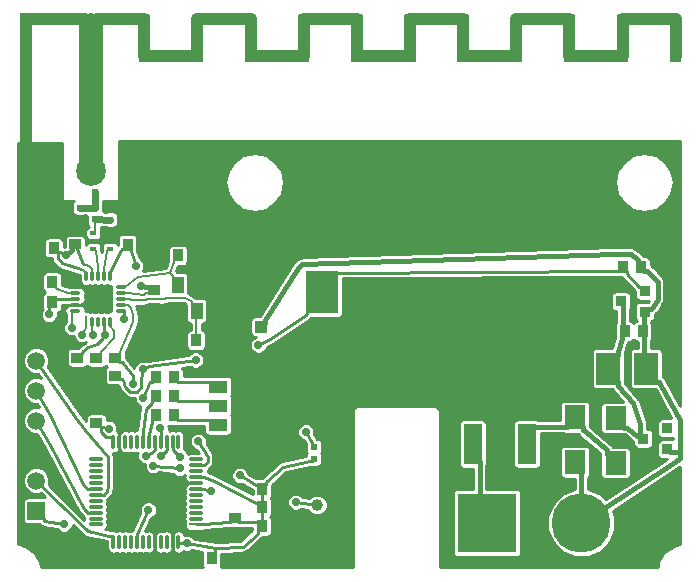
<source format=gtl>
G04 #@! TF.GenerationSoftware,KiCad,Pcbnew,(2017-02-02 revision 8dadc18)-makepkg*
G04 #@! TF.CreationDate,2017-11-18T17:45:44+03:00*
G04 #@! TF.ProjectId,BmstuAnchor,426D737475416E63686F722E6B696361,rev?*
G04 #@! TF.FileFunction,Copper,L1,Top,Signal*
G04 #@! TF.FilePolarity,Positive*
%FSLAX46Y46*%
G04 Gerber Fmt 4.6, Leading zero omitted, Abs format (unit mm)*
G04 Created by KiCad (PCBNEW (2017-02-02 revision 8dadc18)-makepkg) date 11/18/17 17:45:44*
%MOMM*%
%LPD*%
G01*
G04 APERTURE LIST*
%ADD10C,0.100000*%
%ADD11C,1.000000*%
%ADD12C,2.000000*%
%ADD13C,0.200000*%
%ADD14R,0.600000X0.600000*%
%ADD15R,1.080000X1.000000*%
%ADD16R,0.889000X1.016000*%
%ADD17R,2.000000X2.700000*%
%ADD18R,1.600000X3.400000*%
%ADD19R,5.000000X5.000000*%
%ADD20C,5.000000*%
%ADD21R,1.800860X1.998980*%
%ADD22R,1.200000X0.270000*%
%ADD23O,1.200000X0.270000*%
%ADD24O,0.270000X1.200000*%
%ADD25C,1.000000*%
%ADD26R,0.914400X0.914400*%
%ADD27C,1.524000*%
%ADD28C,2.524000*%
%ADD29R,1.000000X13.000000*%
%ADD30R,1.016000X0.889000*%
%ADD31R,1.500000X1.500000*%
%ADD32C,1.500000*%
%ADD33R,3.000000X2.600000*%
%ADD34R,2.800000X3.600000*%
%ADD35R,1.600000X1.100000*%
%ADD36R,0.280000X1.000000*%
%ADD37O,0.280000X1.000000*%
%ADD38O,1.000000X0.280000*%
%ADD39R,0.800000X0.800000*%
%ADD40R,1.000000X1.400000*%
%ADD41R,0.600000X0.350000*%
%ADD42R,0.900000X1.000000*%
%ADD43R,1.000000X0.900000*%
%ADD44C,0.700000*%
%ADD45C,0.250000*%
%ADD46C,0.400000*%
%ADD47C,0.600000*%
G04 APERTURE END LIST*
D10*
D11*
X113653100Y-104185200D02*
X113653100Y-107285200D01*
X109653100Y-104185200D02*
X113653100Y-104185200D01*
X103653100Y-104185200D02*
X108653100Y-104185200D01*
X158653100Y-104185200D02*
X158653100Y-107285200D01*
X154153100Y-104185200D02*
X158653100Y-104185200D01*
X154153100Y-107285200D02*
X154153100Y-104185200D01*
X149653100Y-107285200D02*
X154153100Y-107285200D01*
X149653100Y-104185200D02*
X149653100Y-107285200D01*
X145153100Y-104185200D02*
X149653100Y-104185200D01*
X145153100Y-107285200D02*
X145153100Y-104185200D01*
X140653100Y-107285200D02*
X145153100Y-107285200D01*
X140653100Y-104185200D02*
X140653100Y-107285200D01*
X136153100Y-104185200D02*
X140653100Y-104185200D01*
X136153100Y-107285200D02*
X136153100Y-104185200D01*
X131653100Y-107285200D02*
X136153100Y-107285200D01*
X131653100Y-104185200D02*
X131653100Y-107185200D01*
X127153100Y-104185200D02*
X131653100Y-104185200D01*
X127153100Y-107185200D02*
X127153100Y-104185200D01*
X122653100Y-107285200D02*
X127153100Y-107285200D01*
X122653100Y-104185200D02*
X122653100Y-107285200D01*
X118153100Y-104185200D02*
X122653100Y-104185200D01*
X118153100Y-107285200D02*
X118153100Y-104185200D01*
X113653100Y-107285200D02*
X118153100Y-107285200D01*
D12*
X109153100Y-116985200D02*
X109153100Y-104685200D01*
D13*
X103253100Y-103785200D02*
X103253100Y-104285200D01*
X103753100Y-103785200D02*
X103253100Y-103785200D01*
X113353100Y-103785200D02*
X103753100Y-103785200D01*
X114053100Y-103785200D02*
X113353100Y-103785200D01*
X114053100Y-104685200D02*
X114053100Y-103785200D01*
X113253100Y-107685200D02*
X113253100Y-107085200D01*
X113753100Y-107685200D02*
X113253100Y-107685200D01*
X117953100Y-107685200D02*
X113753100Y-107685200D01*
X118553100Y-107685200D02*
X117953100Y-107685200D01*
X118553100Y-107185200D02*
X118553100Y-107685200D01*
X117753100Y-103785200D02*
X117753100Y-104285200D01*
X118253100Y-103785200D02*
X117753100Y-103785200D01*
X122053100Y-103785200D02*
X118253100Y-103785200D01*
X123053100Y-103785200D02*
X122053100Y-103785200D01*
X123053100Y-104885200D02*
X123053100Y-103785200D01*
X122253100Y-107085200D02*
X123053100Y-104885200D01*
X122253100Y-107685200D02*
X122253100Y-107085200D01*
X123253100Y-107685200D02*
X122253100Y-107685200D01*
X126653100Y-107685200D02*
X123253100Y-107685200D01*
X127553100Y-107685200D02*
X126653100Y-107685200D01*
X127553100Y-107185200D02*
X127553100Y-107685200D01*
X126753100Y-104285200D02*
X127553100Y-107185200D01*
X126753100Y-103785200D02*
X126753100Y-104285200D01*
X127453100Y-103785200D02*
X126753100Y-103785200D01*
X131253100Y-103785200D02*
X127453100Y-103785200D01*
X132053100Y-103785200D02*
X131253100Y-103785200D01*
X132053100Y-104685200D02*
X132053100Y-103785200D01*
X131253100Y-107685200D02*
X131253100Y-107085200D01*
X132253100Y-107685200D02*
X131253100Y-107685200D01*
X136553100Y-107685200D02*
X135253100Y-107685200D01*
X136553100Y-106785200D02*
X136553100Y-107685200D01*
X135753100Y-103785200D02*
X135753100Y-104685200D01*
X136253100Y-103785200D02*
X135753100Y-103785200D01*
X141053100Y-103785200D02*
X140353100Y-103785200D01*
X141053100Y-104885200D02*
X141053100Y-103785200D01*
X140253100Y-107185200D02*
X141053100Y-104885200D01*
X140253100Y-107685200D02*
X140253100Y-107185200D01*
X140853100Y-107685200D02*
X140253100Y-107685200D01*
X145553100Y-107685200D02*
X144553100Y-107685200D01*
X145553100Y-106185200D02*
X145553100Y-107685200D01*
X144753100Y-103785200D02*
X144753100Y-104585200D01*
X149353100Y-103785200D02*
X144753100Y-103785200D01*
X150053100Y-103785200D02*
X149353100Y-103785200D01*
X150053100Y-104385200D02*
X150053100Y-103785200D01*
X149253100Y-107685200D02*
X149253100Y-106885200D01*
X149953100Y-107685200D02*
X149253100Y-107685200D01*
X153653100Y-107685200D02*
X149953100Y-107685200D01*
X154553100Y-107685200D02*
X153653100Y-107685200D01*
X154553100Y-106685200D02*
X154553100Y-107685200D01*
X153753100Y-104685200D02*
X154553100Y-106685200D01*
X153753100Y-103785200D02*
X153753100Y-104685200D01*
X159053100Y-103785200D02*
X153753100Y-103785200D01*
X159053100Y-104485200D02*
X159053100Y-103785200D01*
X158253100Y-107685200D02*
X158253100Y-107185200D01*
X159053100Y-107685200D02*
X158253100Y-107685200D01*
X159053100Y-107185200D02*
X159053100Y-107685200D01*
D14*
X109450700Y-117846100D03*
X109450700Y-118846100D03*
D15*
X122240000Y-130200000D03*
X123560000Y-130200000D03*
D16*
X154333800Y-130597500D03*
X155857800Y-130597500D03*
D17*
X152954000Y-133758000D03*
X156154000Y-133758000D03*
D18*
X146052000Y-140146000D03*
X141452000Y-140146000D03*
D19*
X142659600Y-146826400D03*
D20*
X150659600Y-146826400D03*
X150659600Y-146826400D03*
D19*
X142659600Y-146826400D03*
X142659600Y-146826400D03*
D20*
X150659600Y-146826400D03*
X150659600Y-146826400D03*
D19*
X142659600Y-146826400D03*
D21*
X153565000Y-141760000D03*
X153565000Y-137950000D03*
X150129000Y-137874000D03*
X150129000Y-141684000D03*
D22*
X118050000Y-146950000D03*
D23*
X118050000Y-146450000D03*
X118050000Y-145950000D03*
X118050000Y-145450000D03*
X118050000Y-144950000D03*
X118050000Y-144450000D03*
X118050000Y-143950000D03*
X118050000Y-143450000D03*
X118050000Y-142950000D03*
X118050000Y-142450000D03*
X118050000Y-141950000D03*
X118050000Y-141450000D03*
D24*
X116550000Y-139950000D03*
X116050000Y-139950000D03*
X115550000Y-139950000D03*
X115050000Y-139950000D03*
X114550000Y-139950000D03*
X114050000Y-139950000D03*
X113550000Y-139950000D03*
X113050000Y-139950000D03*
X112550000Y-139950000D03*
X112050000Y-139950000D03*
X111550000Y-139950000D03*
X111050000Y-139950000D03*
D23*
X109550000Y-141450000D03*
X109550000Y-141950000D03*
X109550000Y-142450000D03*
X109550000Y-142950000D03*
X109550000Y-143450000D03*
X109550000Y-143950000D03*
X109550000Y-144450000D03*
X109550000Y-144950000D03*
X109550000Y-145450000D03*
X109550000Y-145950000D03*
X109550000Y-146450000D03*
X109550000Y-146950000D03*
D24*
X111050000Y-148450000D03*
X111550000Y-148450000D03*
X112050000Y-148450000D03*
X112550000Y-148450000D03*
X113050000Y-148450000D03*
X113550000Y-148450000D03*
X114050000Y-148450000D03*
X114550000Y-148450000D03*
X115050000Y-148450000D03*
X115550000Y-148450000D03*
X116050000Y-148450000D03*
X116550000Y-148450000D03*
D25*
X128300000Y-145300000D03*
D26*
X157924300Y-138808100D03*
X157924300Y-140586100D03*
X155892300Y-139697100D03*
D27*
X103653100Y-116985200D03*
D28*
X109153100Y-116985200D03*
D29*
X103653100Y-110185200D03*
D14*
X111770000Y-121134000D03*
X110770000Y-121134000D03*
X108214000Y-120118000D03*
X107214000Y-120118000D03*
D16*
X106001000Y-123526000D03*
X104477000Y-123526000D03*
X113762000Y-123250000D03*
X112238000Y-123250000D03*
D30*
X114470000Y-127108000D03*
X114470000Y-128632000D03*
X108000000Y-134362000D03*
X108000000Y-132838000D03*
D16*
X105862000Y-128100000D03*
X104338000Y-128100000D03*
X154171300Y-125147800D03*
X155695300Y-125147800D03*
D30*
X107814000Y-121714000D03*
X107814000Y-123238000D03*
X109600000Y-132838000D03*
X109600000Y-134362000D03*
D16*
X118042000Y-124170000D03*
X116518000Y-124170000D03*
X118042000Y-131370000D03*
X116518000Y-131370000D03*
X125162000Y-145500000D03*
X123638000Y-145500000D03*
X123638000Y-147100000D03*
X125162000Y-147100000D03*
X117838000Y-149800000D03*
X119362000Y-149800000D03*
D30*
X121300000Y-146438000D03*
X121300000Y-147962000D03*
D16*
X125181100Y-143923600D03*
X123657100Y-143923600D03*
D30*
X109600000Y-138362000D03*
X109600000Y-136838000D03*
D31*
X104500000Y-145780100D03*
D32*
X104500000Y-143240100D03*
X104500000Y-140700100D03*
X104500000Y-138160100D03*
X104500000Y-135620100D03*
X104500000Y-133080100D03*
D14*
X109492000Y-121126000D03*
X109492000Y-120126000D03*
X128038500Y-140378500D03*
X128038500Y-141378500D03*
D33*
X149979000Y-127303000D03*
D34*
X128679000Y-127303000D03*
D35*
X119900000Y-138500000D03*
X119900000Y-136900000D03*
X119900000Y-135300000D03*
X124900000Y-138500000D03*
X124900000Y-136900000D03*
X124900000Y-135300000D03*
D36*
X108740000Y-129800000D03*
D37*
X109240000Y-129800000D03*
X109740000Y-129800000D03*
X110240000Y-129800000D03*
X110740000Y-129800000D03*
D38*
X111690000Y-128850000D03*
X111690000Y-128350000D03*
X111690000Y-127850000D03*
X111690000Y-127350000D03*
X111690000Y-126850000D03*
D37*
X110740000Y-125900000D03*
X110240000Y-125900000D03*
X109740000Y-125900000D03*
X109240000Y-125900000D03*
X108740000Y-125900000D03*
D38*
X107790000Y-126850000D03*
X107790000Y-127350000D03*
X107790000Y-127850000D03*
X107790000Y-128350000D03*
X107790000Y-128850000D03*
D39*
X109740000Y-127850000D03*
X109740000Y-127050000D03*
X108940000Y-127850000D03*
X108940000Y-127050000D03*
X108940000Y-128650000D03*
X109740000Y-128650000D03*
X110540000Y-128650000D03*
X110540000Y-127850000D03*
X110540000Y-127050000D03*
D40*
X118080000Y-128870000D03*
X118080000Y-126670000D03*
X116480000Y-126670000D03*
X116480000Y-128870000D03*
D41*
X109340000Y-122300000D03*
X109340000Y-122950000D03*
X109340000Y-123600000D03*
X110740000Y-123600000D03*
X110740000Y-122950000D03*
X110740000Y-122300000D03*
D42*
X116150000Y-137700000D03*
X114650000Y-137700000D03*
X114650000Y-136100000D03*
X116150000Y-136100000D03*
X116150000Y-134500000D03*
X114650000Y-134500000D03*
D43*
X111200000Y-134350000D03*
X111200000Y-132850000D03*
D42*
X105850000Y-126400000D03*
X104350000Y-126400000D03*
D26*
X156053100Y-127160500D03*
X156053100Y-128938500D03*
X154021100Y-128049500D03*
D44*
X118700000Y-117400000D03*
X122400000Y-125800000D03*
X125200000Y-122800000D03*
X121100000Y-122600000D03*
X118700000Y-120300000D03*
X114600000Y-120300000D03*
X114600000Y-117400000D03*
X156800000Y-122200000D03*
X153400000Y-122200000D03*
X152200000Y-120900000D03*
X152200000Y-118300000D03*
X152200000Y-115500000D03*
X147200000Y-115500000D03*
X140900000Y-115500000D03*
X133800000Y-115500000D03*
X129300000Y-115500000D03*
X119900000Y-115500000D03*
X116700000Y-115500000D03*
X112700000Y-115500000D03*
X112200000Y-145300000D03*
X112200000Y-142800000D03*
X128900000Y-137100000D03*
X128989193Y-133961693D03*
X127000000Y-131900000D03*
X130300000Y-131900000D03*
X146000000Y-134700000D03*
X141300000Y-134900000D03*
X136900000Y-134800000D03*
X132200000Y-134900000D03*
X135000000Y-131900000D03*
X139100000Y-131900000D03*
X143900000Y-131900000D03*
X148300000Y-131900000D03*
X145700000Y-129200000D03*
X141200000Y-129200000D03*
X136600000Y-129300000D03*
X132500000Y-129200000D03*
X128700000Y-122000000D03*
X150200000Y-122000000D03*
X144400000Y-121900000D03*
X138700000Y-121900000D03*
X133200000Y-122000000D03*
X120500000Y-140800000D03*
X123500000Y-140800000D03*
X108300000Y-149100000D03*
X128400000Y-149800000D03*
X123600000Y-149800000D03*
X125900000Y-149700000D03*
X127400000Y-148400000D03*
X129400000Y-148400000D03*
X128700000Y-117700000D03*
X150000000Y-117700000D03*
X147600000Y-117700000D03*
X136500000Y-117700000D03*
X131600000Y-117700000D03*
X110663800Y-138839400D03*
X121756800Y-142805900D03*
X106867700Y-146914100D03*
X117235100Y-148550700D03*
X116648400Y-142209500D03*
X114412700Y-141966600D03*
X118224600Y-139903100D03*
X111943100Y-129540100D03*
X113571800Y-136240200D03*
X113998300Y-145731600D03*
X104400000Y-121300000D03*
X105900000Y-115300000D03*
X104400000Y-115300000D03*
X104400000Y-116800000D03*
X105900000Y-116800000D03*
X105900000Y-118300000D03*
X104400000Y-118400000D03*
X104400000Y-119900000D03*
X105897310Y-119888276D03*
X105900000Y-121300000D03*
X111350200Y-141521500D03*
X108560700Y-137529300D03*
X125606600Y-139921200D03*
X126156600Y-147382800D03*
X120241900Y-147736100D03*
X116840400Y-149652200D03*
X125710300Y-142865500D03*
X107524900Y-130311300D03*
X113801100Y-141150800D03*
X109351300Y-130928400D03*
X115002800Y-138812800D03*
X108380500Y-130870100D03*
X115096600Y-141194700D03*
X116653000Y-141200200D03*
X112720000Y-135032500D03*
X113405900Y-126767500D03*
X112928400Y-125071000D03*
X106995600Y-124150300D03*
X105606200Y-129158100D03*
X110354900Y-130871700D03*
X123321500Y-131770000D03*
X127336300Y-139116800D03*
X113538600Y-133806700D03*
X118001900Y-133028200D03*
X119268800Y-144078000D03*
X126483500Y-145058300D03*
D45*
X116700000Y-115500000D02*
X116500000Y-115500000D01*
X118700000Y-122100000D02*
X118700000Y-117400000D01*
X122400000Y-125800000D02*
X118700000Y-122100000D01*
X121300000Y-122800000D02*
X125200000Y-122800000D01*
X121100000Y-122600000D02*
X121300000Y-122800000D01*
X114600000Y-120300000D02*
X118700000Y-120300000D01*
X116500000Y-115500000D02*
X114600000Y-117400000D01*
X153400000Y-122100000D02*
X153400000Y-122200000D01*
X152200000Y-120900000D02*
X153400000Y-122100000D01*
X152200000Y-115500000D02*
X152200000Y-118300000D01*
X140900000Y-115500000D02*
X147200000Y-115500000D01*
X129300000Y-115500000D02*
X133800000Y-115500000D01*
X116700000Y-115500000D02*
X119900000Y-115500000D01*
X112200000Y-142800000D02*
X112200000Y-145300000D01*
X135000000Y-131900000D02*
X130300000Y-131900000D01*
X128989193Y-133889193D02*
X128989193Y-133961693D01*
X127000000Y-131900000D02*
X128989193Y-133889193D01*
X132500000Y-129300000D02*
X132500000Y-129200000D01*
X137000000Y-134900000D02*
X141300000Y-134900000D01*
X136900000Y-134800000D02*
X137000000Y-134900000D01*
X132200000Y-134700000D02*
X132200000Y-134900000D01*
X135000000Y-131900000D02*
X132200000Y-134700000D01*
X143900000Y-131900000D02*
X139100000Y-131900000D01*
X148300000Y-131800000D02*
X148300000Y-131900000D01*
X145700000Y-129200000D02*
X148300000Y-131800000D01*
X136700000Y-129200000D02*
X141200000Y-129200000D01*
X136600000Y-129300000D02*
X136700000Y-129200000D01*
X138700000Y-121900000D02*
X144400000Y-121900000D01*
X133200000Y-122000000D02*
X128700000Y-122000000D01*
X120500000Y-140800000D02*
X123500000Y-140800000D01*
X129500000Y-148500000D02*
X129400000Y-148400000D01*
X123600000Y-149800000D02*
X128400000Y-149800000D01*
X126100000Y-149700000D02*
X125900000Y-149700000D01*
X127400000Y-148400000D02*
X126100000Y-149700000D01*
X136500000Y-117700000D02*
X147600000Y-117700000D01*
X131600000Y-117700000D02*
X128700000Y-117700000D01*
X121984100Y-148831600D02*
X119680500Y-148966900D01*
X123245300Y-147733000D02*
X121984100Y-148831600D01*
X123318500Y-147659800D02*
X123245300Y-147733000D01*
X123318500Y-147608000D02*
X123318500Y-147659800D01*
X123318500Y-147483000D02*
X123318500Y-147608000D01*
X123638000Y-147100000D02*
X123318500Y-147483000D01*
X116550000Y-148550700D02*
X116550000Y-148450000D01*
X117235100Y-148550700D02*
X116550000Y-148550700D01*
X118525000Y-146940000D02*
X118050000Y-146950000D01*
X118650000Y-146940000D02*
X118525000Y-146940000D01*
X118701800Y-146940000D02*
X118650000Y-146940000D01*
X120740200Y-146757500D02*
X118701800Y-146940000D01*
X120792000Y-146757500D02*
X120740200Y-146757500D01*
X120917000Y-146757500D02*
X120792000Y-146757500D01*
X121300000Y-146438000D02*
X120917000Y-146757500D01*
X119680500Y-149292000D02*
X119680500Y-148966900D01*
X119680500Y-149417000D02*
X119680500Y-149292000D01*
X119362000Y-149800000D02*
X119680500Y-149417000D01*
X127863500Y-141553500D02*
X128038500Y-141378500D01*
X127738500Y-141553500D02*
X127863500Y-141553500D01*
X127686700Y-141553500D02*
X127738500Y-141553500D01*
X125389200Y-142090400D02*
X127686700Y-141553500D01*
X124049800Y-143290600D02*
X125389200Y-142090400D01*
X123976600Y-143363800D02*
X124049800Y-143290600D01*
X123976600Y-143415600D02*
X123976600Y-143363800D01*
X123976600Y-143540600D02*
X123976600Y-143415600D01*
X123657100Y-143923600D02*
X123976600Y-143540600D01*
X111050000Y-139520300D02*
X111050000Y-139950000D01*
X110381800Y-139520300D02*
X111050000Y-139520300D01*
X109982900Y-139121400D02*
X110381800Y-139520300D01*
X109982900Y-138806500D02*
X109982900Y-139121400D01*
X109982900Y-138681500D02*
X109982900Y-138806500D01*
X109600000Y-138362000D02*
X109982900Y-138681500D01*
X116648400Y-142209500D02*
X114412700Y-141966600D01*
X121683000Y-146757500D02*
X121300000Y-146438000D01*
X121808000Y-146757500D02*
X121683000Y-146757500D01*
X123193500Y-146757500D02*
X121808000Y-146757500D01*
X123318500Y-146757500D02*
X123193500Y-146757500D01*
X123638000Y-147100000D02*
X123318500Y-146757500D01*
X118515000Y-142950000D02*
X118050000Y-142950000D01*
X118722100Y-142950000D02*
X118515000Y-142950000D01*
X119589900Y-143302900D02*
X118722100Y-142950000D01*
X123141700Y-145117100D02*
X119589900Y-143302900D01*
X123193500Y-145117100D02*
X123141700Y-145117100D01*
X123318500Y-145117100D02*
X123193500Y-145117100D01*
X123638000Y-145500000D02*
X123318500Y-145117100D01*
X123647500Y-145117000D02*
X123638000Y-145500000D01*
X123647500Y-144992000D02*
X123647500Y-145117000D01*
X123647500Y-144431600D02*
X123647500Y-144992000D01*
X123647500Y-144306600D02*
X123647500Y-144431600D01*
X123657100Y-143923600D02*
X123647500Y-144306600D01*
X119218600Y-148866900D02*
X117235100Y-148550700D01*
X119680500Y-148966900D02*
X119218600Y-148866900D01*
X123638000Y-146717000D02*
X123638000Y-147100000D01*
X123638000Y-146592000D02*
X123638000Y-146717000D01*
X123638000Y-146008000D02*
X123638000Y-146592000D01*
X123638000Y-145883000D02*
X123638000Y-146008000D01*
X123638000Y-145500000D02*
X123638000Y-145883000D01*
X105198200Y-146655100D02*
X106867700Y-146914100D01*
X105125000Y-146581900D02*
X105198200Y-146655100D01*
X105125000Y-146530100D02*
X105125000Y-146581900D01*
X105125000Y-146405100D02*
X105125000Y-146530100D01*
X104500000Y-145780100D02*
X105125000Y-146405100D01*
X110159800Y-138681500D02*
X110663800Y-138839400D01*
X110108000Y-138681500D02*
X110159800Y-138681500D01*
X109983000Y-138681500D02*
X110108000Y-138681500D01*
X109600000Y-138362000D02*
X109983000Y-138681500D01*
X123657100Y-143923600D02*
X121756800Y-142805900D01*
X111943100Y-128850000D02*
X111943100Y-129540100D01*
X111690000Y-128850000D02*
X111943100Y-128850000D01*
X118515000Y-141950000D02*
X118050000Y-141950000D01*
X118722100Y-141950000D02*
X118515000Y-141950000D01*
X119015000Y-141657100D02*
X118722100Y-141950000D01*
X119015000Y-141242900D02*
X119015000Y-141657100D01*
X118224600Y-139903100D02*
X119015000Y-141242900D01*
X113050000Y-147985000D02*
X113050000Y-148450000D01*
X113050000Y-147777900D02*
X113050000Y-147985000D01*
X113998300Y-145731600D02*
X113050000Y-147777900D01*
X113808900Y-135563000D02*
X113571800Y-136240200D01*
X113865000Y-135506800D02*
X113808900Y-135563000D01*
X113865000Y-135461200D02*
X113865000Y-135506800D01*
X114075000Y-134948200D02*
X113865000Y-135461200D01*
X114148200Y-134875000D02*
X114075000Y-134948200D01*
X114200000Y-134875000D02*
X114148200Y-134875000D01*
X114325000Y-134875000D02*
X114200000Y-134875000D01*
X114650000Y-134500000D02*
X114325000Y-134875000D01*
X109085000Y-145950000D02*
X109550000Y-145950000D01*
X108877900Y-145950000D02*
X109085000Y-145950000D01*
X108585000Y-145657100D02*
X108877900Y-145950000D01*
X105675100Y-140213400D02*
X108585000Y-145657100D01*
X104500000Y-138160100D02*
X105675100Y-140213400D01*
X108853000Y-147510100D02*
X104500000Y-143240100D01*
X111050000Y-147985000D02*
X108853000Y-147510100D01*
X111050000Y-148450000D02*
X111050000Y-147985000D01*
X105900000Y-115400000D02*
X105900000Y-115300000D01*
X104400000Y-116800000D02*
X104400000Y-115300000D01*
X105900000Y-118300000D02*
X105900000Y-116800000D01*
X104400000Y-119900000D02*
X104400000Y-118400000D01*
X105897310Y-121297310D02*
X105897310Y-119888276D01*
X105900000Y-121300000D02*
X105897310Y-121297310D01*
X107430000Y-128350000D02*
X107790000Y-128350000D01*
X107222900Y-128350000D02*
X107430000Y-128350000D01*
X106930000Y-128642900D02*
X107222900Y-128350000D01*
X106381300Y-129479200D02*
X106930000Y-128642900D01*
X105900400Y-130003400D02*
X106381300Y-129479200D01*
D13*
X110540000Y-122950000D02*
X110740000Y-122950000D01*
X110440000Y-122950000D02*
X110540000Y-122950000D01*
X109640000Y-122950000D02*
X110440000Y-122950000D01*
X109540000Y-122950000D02*
X109640000Y-122950000D01*
X109340000Y-122950000D02*
X109540000Y-122950000D01*
D45*
X125500600Y-143540700D02*
X125181100Y-143923600D01*
X125625600Y-143540700D02*
X125500600Y-143540700D01*
X125677400Y-143540700D02*
X125625600Y-143540700D01*
X125750700Y-143467400D02*
X125677400Y-143540700D01*
X125750700Y-143363800D02*
X125750700Y-143467400D01*
X125750700Y-143312000D02*
X125750700Y-143363800D01*
X125710300Y-142865500D02*
X125750700Y-143312000D01*
D13*
X116499000Y-130962000D02*
X116518000Y-131370000D01*
X116499000Y-130862000D02*
X116499000Y-130962000D01*
X116499000Y-129570000D02*
X116499000Y-130862000D01*
X116499000Y-129470000D02*
X116499000Y-129570000D01*
X116480000Y-128870000D02*
X116499000Y-129470000D01*
X117697500Y-123762000D02*
X118042000Y-124170000D01*
X117697500Y-123662000D02*
X117697500Y-123762000D01*
X117697500Y-123620600D02*
X117697500Y-123662000D01*
X117638900Y-123562000D02*
X117697500Y-123620600D01*
X117128200Y-123261900D02*
X117638900Y-123562000D01*
X114206500Y-123261900D02*
X117128200Y-123261900D01*
X114106500Y-123261900D02*
X114206500Y-123261900D01*
X113762000Y-123250000D02*
X114106500Y-123261900D01*
X116862500Y-131778000D02*
X116518000Y-131370000D01*
X116862500Y-131878000D02*
X116862500Y-131778000D01*
X116862500Y-131919400D02*
X116862500Y-131878000D01*
X116921100Y-131978000D02*
X116862500Y-131919400D01*
X117431800Y-132278100D02*
X116921100Y-131978000D01*
X118320800Y-132278100D02*
X117431800Y-132278100D01*
X118652200Y-132278100D02*
X118320800Y-132278100D01*
X118886600Y-132043700D02*
X118652200Y-132278100D01*
X118980100Y-129735700D02*
X118886600Y-132043700D01*
X118980100Y-129404300D02*
X118980100Y-129735700D01*
X118980100Y-128004300D02*
X118980100Y-129404300D01*
X118705000Y-127318200D02*
X118980100Y-128004300D01*
X118631800Y-127245000D02*
X118705000Y-127318200D01*
X118580000Y-127245000D02*
X118631800Y-127245000D01*
X118480000Y-127245000D02*
X118580000Y-127245000D01*
X118080000Y-126670000D02*
X118480000Y-127245000D01*
D45*
X121825000Y-129825000D02*
X122240000Y-130200000D01*
X121825000Y-129700000D02*
X121825000Y-129825000D01*
X121825000Y-129648200D02*
X121825000Y-129700000D01*
X121751800Y-129575000D02*
X121825000Y-129648200D01*
X118963100Y-127245000D02*
X121751800Y-129575000D01*
X118580000Y-127245000D02*
X118963100Y-127245000D01*
X118455000Y-127245000D02*
X118580000Y-127245000D01*
X118080000Y-126670000D02*
X118455000Y-127245000D01*
X105285100Y-129933200D02*
X105900400Y-130003400D01*
X104831100Y-129479200D02*
X105285100Y-129933200D01*
X104657500Y-128659800D02*
X104831100Y-129479200D01*
X104657500Y-128608000D02*
X104657500Y-128659800D01*
X104657500Y-128483000D02*
X104657500Y-128608000D01*
X104338000Y-128100000D02*
X104657500Y-128483000D01*
D13*
X109140000Y-122875000D02*
X109340000Y-122950000D01*
X109040000Y-122875000D02*
X109140000Y-122875000D01*
X108974300Y-122875100D02*
X109040000Y-122875000D01*
X108888500Y-122840800D02*
X108974300Y-122875100D01*
X108674200Y-122626500D02*
X108888500Y-122840800D01*
X108422000Y-122117100D02*
X108674200Y-122626500D01*
X108363400Y-122058500D02*
X108422000Y-122117100D01*
X108322000Y-122058500D02*
X108363400Y-122058500D01*
X108222000Y-122058500D02*
X108322000Y-122058500D01*
X107814000Y-121714000D02*
X108222000Y-122058500D01*
D45*
X125171500Y-144306600D02*
X125181100Y-143923600D01*
X125171500Y-144431600D02*
X125171500Y-144306600D01*
X125171500Y-144992000D02*
X125171500Y-144431600D01*
X125171500Y-145117000D02*
X125171500Y-144992000D01*
X125162000Y-145500000D02*
X125171500Y-145117000D01*
X125575000Y-134875000D02*
X124900000Y-135300000D01*
X125700000Y-134875000D02*
X125575000Y-134875000D01*
X125751800Y-134875000D02*
X125700000Y-134875000D01*
X148427200Y-128478000D02*
X125751800Y-134875000D01*
X148479000Y-128478000D02*
X148427200Y-128478000D01*
X148604000Y-128478000D02*
X148479000Y-128478000D01*
X149979000Y-127303000D02*
X148604000Y-128478000D01*
D13*
X111570000Y-121334000D02*
X111770000Y-121134000D01*
X111570000Y-121434000D02*
X111570000Y-121334000D01*
X111570000Y-121475400D02*
X111570000Y-121434000D01*
X111511400Y-121534000D02*
X111570000Y-121475400D01*
X110998600Y-122025000D02*
X111511400Y-121534000D01*
X110940000Y-122083600D02*
X110998600Y-122025000D01*
X110940000Y-122125000D02*
X110940000Y-122083600D01*
X110940000Y-122225000D02*
X110940000Y-122125000D01*
X110740000Y-122300000D02*
X110940000Y-122225000D01*
X113417500Y-122842000D02*
X113762000Y-123250000D01*
X113417500Y-122742000D02*
X113417500Y-122842000D01*
X113417500Y-122700600D02*
X113417500Y-122742000D01*
X112170000Y-121392600D02*
X113417500Y-122700600D01*
X112111400Y-121334000D02*
X112170000Y-121392600D01*
X112070000Y-121334000D02*
X112111400Y-121334000D01*
X111970000Y-121334000D02*
X112070000Y-121334000D01*
X111770000Y-121134000D02*
X111970000Y-121334000D01*
D45*
X116050000Y-147985000D02*
X116050000Y-148450000D01*
X116050000Y-147777900D02*
X116050000Y-147985000D01*
X115757100Y-147485000D02*
X116050000Y-147777900D01*
X115607800Y-147407700D02*
X115757100Y-147485000D01*
X104344000Y-127717000D02*
X104338000Y-128100000D01*
X104344000Y-127592000D02*
X104344000Y-127717000D01*
X104344000Y-126900000D02*
X104344000Y-127592000D01*
X104344000Y-126775000D02*
X104344000Y-126900000D01*
X104350000Y-126400000D02*
X104344000Y-126775000D01*
X108383000Y-134362000D02*
X108000000Y-134362000D01*
X108508000Y-134362000D02*
X108383000Y-134362000D01*
X109092000Y-134362000D02*
X108508000Y-134362000D01*
X109217000Y-134362000D02*
X109092000Y-134362000D01*
X109600000Y-134362000D02*
X109217000Y-134362000D01*
D13*
X118061000Y-124578000D02*
X118042000Y-124170000D01*
X118061000Y-124678000D02*
X118061000Y-124578000D01*
X118061000Y-125970000D02*
X118061000Y-124678000D01*
X118061000Y-126070000D02*
X118061000Y-125970000D01*
X118080000Y-126670000D02*
X118061000Y-126070000D01*
D45*
X104157500Y-123143100D02*
X104477000Y-123526000D01*
X104032500Y-123143100D02*
X104157500Y-123143100D01*
X103980700Y-123143100D02*
X104032500Y-123143100D01*
X103907400Y-123069800D02*
X103980700Y-123143100D01*
X103907400Y-122966200D02*
X103907400Y-123069800D01*
X103907400Y-122845600D02*
X103907400Y-122966200D01*
X105586400Y-119878800D02*
X103907400Y-122845600D01*
D13*
X108150000Y-126850000D02*
X107790000Y-126850000D01*
X108540000Y-126850000D02*
X108150000Y-126850000D01*
X108640000Y-126850000D02*
X108540000Y-126850000D01*
X108940000Y-127050000D02*
X108640000Y-126850000D01*
D45*
X107617000Y-134042500D02*
X108000000Y-134362000D01*
X107492000Y-134042500D02*
X107617000Y-134042500D01*
X107440200Y-134042500D02*
X107492000Y-134042500D01*
X107367000Y-133969300D02*
X107440200Y-134042500D01*
X107066900Y-133458600D02*
X107367000Y-133969300D01*
X105900400Y-130003400D02*
X107066900Y-133458600D01*
X124900000Y-136475000D02*
X124900000Y-136900000D01*
X124900000Y-136350000D02*
X124900000Y-136475000D01*
X124900000Y-135850000D02*
X124900000Y-136350000D01*
X124900000Y-135725000D02*
X124900000Y-135850000D01*
X124900000Y-135300000D02*
X124900000Y-135725000D01*
X122546400Y-130575000D02*
X122240000Y-130200000D01*
X122546400Y-130700000D02*
X122546400Y-130575000D01*
X122546400Y-132091100D02*
X122546400Y-130700000D01*
X124225000Y-134698200D02*
X122546400Y-132091100D01*
X124225000Y-134750000D02*
X124225000Y-134698200D01*
X124225000Y-134875000D02*
X124225000Y-134750000D01*
X124900000Y-135300000D02*
X124225000Y-134875000D01*
X125575000Y-139101800D02*
X125606600Y-139921200D01*
X125575000Y-139050000D02*
X125575000Y-139101800D01*
X125575000Y-138925000D02*
X125575000Y-139050000D01*
X124900000Y-138500000D02*
X125575000Y-138925000D01*
X104413500Y-126025000D02*
X104350000Y-126400000D01*
X104413500Y-125900000D02*
X104413500Y-126025000D01*
X104413500Y-124034000D02*
X104413500Y-125900000D01*
X104413500Y-123909000D02*
X104413500Y-124034000D01*
X104477000Y-123526000D02*
X104413500Y-123909000D01*
X109217000Y-137157500D02*
X109600000Y-136838000D01*
X109092000Y-137157500D02*
X109217000Y-137157500D01*
X109040200Y-137157500D02*
X109092000Y-137157500D01*
X108560700Y-137529300D02*
X109040200Y-137157500D01*
X117585000Y-143450000D02*
X118050000Y-143450000D01*
X117377900Y-143450000D02*
X117585000Y-143450000D01*
X117085000Y-143742900D02*
X117377900Y-143450000D01*
X115607800Y-147407700D02*
X117085000Y-143742900D01*
X115318000Y-147424900D02*
X115607800Y-147407700D01*
X114842900Y-147485000D02*
X115318000Y-147424900D01*
X114550000Y-147777900D02*
X114842900Y-147485000D01*
X114550000Y-147985000D02*
X114550000Y-147777900D01*
X114550000Y-148450000D02*
X114550000Y-147985000D01*
X109600000Y-134681500D02*
X109600000Y-134362000D01*
X109600000Y-134806500D02*
X109600000Y-134681500D01*
X109600000Y-136393500D02*
X109600000Y-134806500D01*
X109600000Y-136518500D02*
X109600000Y-136393500D01*
X109600000Y-136838000D02*
X109600000Y-136518500D01*
D13*
X114878000Y-128751000D02*
X114470000Y-128632000D01*
X114978000Y-128751000D02*
X114878000Y-128751000D01*
X115980000Y-128751000D02*
X114978000Y-128751000D01*
X116080000Y-128751000D02*
X115980000Y-128751000D01*
X116480000Y-128870000D02*
X116080000Y-128751000D01*
D45*
X117393500Y-149652200D02*
X116840400Y-149652200D01*
X117518500Y-149652200D02*
X117393500Y-149652200D01*
X117838000Y-149800000D02*
X117518500Y-149652200D01*
D13*
X106872600Y-119918000D02*
X105586400Y-119878800D01*
X106914000Y-119918000D02*
X106872600Y-119918000D01*
X107014000Y-119918000D02*
X106914000Y-119918000D01*
X107214000Y-120118000D02*
X107014000Y-119918000D01*
D45*
X120917000Y-147736100D02*
X121300000Y-147962000D01*
X120792000Y-147736100D02*
X120917000Y-147736100D01*
X120241900Y-147736100D02*
X120792000Y-147736100D01*
D13*
X105586400Y-119878800D02*
X103653100Y-116985200D01*
X110740000Y-122375000D02*
X110740000Y-122300000D01*
X110740000Y-122475000D02*
X110740000Y-122375000D01*
X110740000Y-122775000D02*
X110740000Y-122475000D01*
X110740000Y-122875000D02*
X110740000Y-122775000D01*
X110740000Y-122950000D02*
X110740000Y-122875000D01*
D45*
X116342900Y-149415000D02*
X116840400Y-149652200D01*
X116050000Y-149122100D02*
X116342900Y-149415000D01*
X116050000Y-148915000D02*
X116050000Y-149122100D01*
X116050000Y-148450000D02*
X116050000Y-148915000D01*
D13*
X103653100Y-116585200D02*
X103653100Y-110185200D01*
X103653100Y-116685200D02*
X103653100Y-116585200D01*
X103653100Y-116985200D02*
X103653100Y-116685200D01*
X107414000Y-121369500D02*
X107814000Y-121714000D01*
X107414000Y-121269500D02*
X107414000Y-121369500D01*
X107414000Y-120418000D02*
X107414000Y-121269500D01*
X107414000Y-120318000D02*
X107414000Y-120418000D01*
X107214000Y-120118000D02*
X107414000Y-120318000D01*
D45*
X125162000Y-145883000D02*
X125162000Y-145500000D01*
X125162000Y-146008000D02*
X125162000Y-145883000D01*
X125162000Y-146592000D02*
X125162000Y-146008000D01*
X125162000Y-146717000D02*
X125162000Y-146592000D01*
X125162000Y-147100000D02*
X125162000Y-146717000D01*
X125481500Y-147382800D02*
X125162000Y-147100000D01*
X125606500Y-147382800D02*
X125481500Y-147382800D01*
X126156600Y-147382800D02*
X125606500Y-147382800D01*
X111550000Y-140415000D02*
X111550000Y-139950000D01*
X111550000Y-140622100D02*
X111550000Y-140415000D01*
X111350200Y-141521500D02*
X111550000Y-140622100D01*
X124900000Y-138075000D02*
X124900000Y-138500000D01*
X124900000Y-137950000D02*
X124900000Y-138075000D01*
X124900000Y-137450000D02*
X124900000Y-137950000D01*
X124900000Y-137325000D02*
X124900000Y-137450000D01*
X124900000Y-136900000D02*
X124900000Y-137325000D01*
X108150000Y-128350000D02*
X108541400Y-128383400D01*
D13*
X107524900Y-128850000D02*
X107790000Y-128850000D01*
X107524900Y-130311300D02*
X107524900Y-128850000D01*
D45*
X114550000Y-140415000D02*
X114550000Y-139950000D01*
X114550000Y-140622100D02*
X114550000Y-140415000D01*
X114257100Y-140915000D02*
X114550000Y-140622100D01*
X113801100Y-141150800D02*
X114257100Y-140915000D01*
X115050000Y-139277900D02*
X115002800Y-138812800D01*
X115050000Y-139485000D02*
X115050000Y-139277900D01*
X115050000Y-139950000D02*
X115050000Y-139485000D01*
D13*
X109240000Y-130160000D02*
X109240000Y-129800000D01*
X109240000Y-130367100D02*
X109240000Y-130160000D01*
X109351300Y-130928400D02*
X109240000Y-130367100D01*
X108700000Y-130200000D02*
X108740000Y-129800000D01*
X108700000Y-130300000D02*
X108700000Y-130200000D01*
X108700000Y-130341400D02*
X108700000Y-130300000D01*
X108380500Y-130870100D02*
X108700000Y-130341400D01*
D45*
X115550000Y-140415000D02*
X115550000Y-139950000D01*
X115550000Y-140622100D02*
X115550000Y-140415000D01*
X115096600Y-141194700D02*
X115550000Y-140622100D01*
X114050000Y-139485000D02*
X114050000Y-139950000D01*
X114050000Y-139277900D02*
X114050000Y-139485000D01*
X114325000Y-138251800D02*
X114050000Y-139277900D01*
X114325000Y-138200000D02*
X114325000Y-138251800D01*
X114325000Y-138075000D02*
X114325000Y-138200000D01*
X114650000Y-137700000D02*
X114325000Y-138075000D01*
X113550000Y-139485000D02*
X113550000Y-139950000D01*
X113550000Y-139070800D02*
X113550000Y-139485000D01*
X113774900Y-137148900D02*
X113550000Y-139070800D01*
X114023900Y-136899900D02*
X113774900Y-137148900D01*
X114251800Y-136725000D02*
X114023900Y-136899900D01*
X114325000Y-136651800D02*
X114251800Y-136725000D01*
X114325000Y-136600000D02*
X114325000Y-136651800D01*
X114325000Y-136475000D02*
X114325000Y-136600000D01*
X114650000Y-136100000D02*
X114325000Y-136475000D01*
X109085000Y-143950000D02*
X109550000Y-143950000D01*
X108877900Y-143950000D02*
X109085000Y-143950000D01*
X108585000Y-143657100D02*
X108877900Y-143950000D01*
X105675100Y-137673400D02*
X108585000Y-143657100D01*
X104500000Y-135620100D02*
X105675100Y-137673400D01*
X110015000Y-144450000D02*
X109550000Y-144450000D01*
X110222100Y-144450000D02*
X110015000Y-144450000D01*
X110515000Y-144157100D02*
X110222100Y-144450000D01*
X110575100Y-143682000D02*
X110515000Y-144157100D01*
X110575100Y-143218000D02*
X110575100Y-143682000D01*
X110575100Y-141218000D02*
X110575100Y-143218000D01*
X108666900Y-138982600D02*
X110575100Y-141218000D01*
X107785600Y-137850400D02*
X108666900Y-138982600D01*
X104500000Y-133080100D02*
X107785600Y-137850400D01*
D13*
X112050000Y-128350000D02*
X111690000Y-128350000D01*
X112257100Y-128350000D02*
X112050000Y-128350000D01*
X112550000Y-128642900D02*
X112257100Y-128350000D01*
X112693200Y-129229400D02*
X112550000Y-128642900D01*
X112693200Y-129850800D02*
X112693200Y-129229400D01*
X111575000Y-132348200D02*
X112693200Y-129850800D01*
X111575000Y-132400000D02*
X111575000Y-132348200D01*
X111575000Y-132500000D02*
X111575000Y-132400000D01*
X111200000Y-132850000D02*
X111575000Y-132500000D01*
D45*
X111575000Y-133175000D02*
X111200000Y-132850000D01*
X111700000Y-133175000D02*
X111575000Y-133175000D01*
X111751800Y-133175000D02*
X111700000Y-133175000D01*
X111825000Y-133248200D02*
X111751800Y-133175000D01*
X112675200Y-134396100D02*
X111825000Y-133248200D01*
X112720000Y-135032500D02*
X112675200Y-134396100D01*
X116342900Y-140915000D02*
X116653000Y-141200200D01*
X116050000Y-140622100D02*
X116342900Y-140915000D01*
X116050000Y-140415000D02*
X116050000Y-140622100D01*
X116050000Y-139950000D02*
X116050000Y-140415000D01*
D46*
X154089300Y-130905500D02*
X154333800Y-130597500D01*
X154089300Y-131105500D02*
X154089300Y-130905500D01*
X154089300Y-131188300D02*
X154089300Y-131105500D01*
X153754000Y-132325200D02*
X154089300Y-131188300D01*
X153754000Y-132408000D02*
X153754000Y-132325200D01*
X153754000Y-132608000D02*
X153754000Y-132408000D01*
X152954000Y-133758000D02*
X153754000Y-132608000D01*
X155635100Y-139439900D02*
X155892300Y-139697100D01*
X155435100Y-139439900D02*
X155635100Y-139439900D01*
X155352300Y-139439900D02*
X155435100Y-139439900D01*
X154548200Y-138749500D02*
X155352300Y-139439900D01*
X154465400Y-138749500D02*
X154548200Y-138749500D01*
X154265400Y-138749500D02*
X154465400Y-138749500D01*
X153565000Y-137950000D02*
X154265400Y-138749500D01*
X153754000Y-134908000D02*
X152954000Y-133758000D01*
X153754000Y-135108000D02*
X153754000Y-134908000D01*
X153754000Y-135190800D02*
X153754000Y-135108000D01*
X155065900Y-136701800D02*
X153754000Y-135190800D01*
X155635100Y-138465000D02*
X155065900Y-136701800D01*
X155635100Y-139239900D02*
X155635100Y-138465000D01*
X155635100Y-139439900D02*
X155635100Y-139239900D01*
X155892300Y-139697100D02*
X155635100Y-139439900D01*
X154177400Y-128306700D02*
X154021100Y-128049500D01*
X154177400Y-128506700D02*
X154177400Y-128306700D01*
X154177400Y-130089500D02*
X154177400Y-128506700D01*
X154177400Y-130289500D02*
X154177400Y-130089500D01*
X154333800Y-130597500D02*
X154177400Y-130289500D01*
D13*
X107430000Y-127350000D02*
X107790000Y-127350000D01*
X107222900Y-127350000D02*
X107430000Y-127350000D01*
X106258600Y-127000000D02*
X107222900Y-127350000D01*
X106200000Y-126941400D02*
X106258600Y-127000000D01*
X106200000Y-126900000D02*
X106200000Y-126941400D01*
X106200000Y-126800000D02*
X106200000Y-126900000D01*
X105850000Y-126400000D02*
X106200000Y-126800000D01*
D45*
X116475000Y-134875000D02*
X116150000Y-134500000D01*
X116600000Y-134875000D02*
X116475000Y-134875000D01*
X119100000Y-134875000D02*
X116600000Y-134875000D01*
X119225000Y-134875000D02*
X119100000Y-134875000D01*
X119900000Y-135300000D02*
X119225000Y-134875000D01*
X116475000Y-136475000D02*
X116150000Y-136100000D01*
X116600000Y-136475000D02*
X116475000Y-136475000D01*
X119100000Y-136475000D02*
X116600000Y-136475000D01*
X119225000Y-136475000D02*
X119100000Y-136475000D01*
X119900000Y-136900000D02*
X119225000Y-136475000D01*
X116475000Y-138075000D02*
X116150000Y-137700000D01*
X116600000Y-138075000D02*
X116475000Y-138075000D01*
X119100000Y-138075000D02*
X116600000Y-138075000D01*
X119225000Y-138075000D02*
X119100000Y-138075000D01*
X119900000Y-138500000D02*
X119225000Y-138075000D01*
D47*
X110470000Y-121134000D02*
X110770000Y-121134000D01*
X110345700Y-121134000D02*
X110470000Y-121134000D01*
X109916300Y-121126000D02*
X110345700Y-121134000D01*
X109792000Y-121126000D02*
X109916300Y-121126000D01*
X109492000Y-121126000D02*
X109792000Y-121126000D01*
D13*
X109492000Y-121326000D02*
X109492000Y-121126000D01*
X109492000Y-121426000D02*
X109492000Y-121326000D01*
X109492000Y-122125000D02*
X109492000Y-121426000D01*
X109492000Y-122225000D02*
X109492000Y-122125000D01*
X109340000Y-122300000D02*
X109492000Y-122225000D01*
X109540000Y-123675000D02*
X109340000Y-123600000D01*
X109540000Y-123775000D02*
X109540000Y-123675000D01*
X109540000Y-123816400D02*
X109540000Y-123775000D01*
X109740000Y-125125800D02*
X109540000Y-123816400D01*
X109740000Y-125540000D02*
X109740000Y-125125800D01*
X109740000Y-125900000D02*
X109740000Y-125540000D01*
X110540000Y-123675000D02*
X110740000Y-123600000D01*
X110540000Y-123775000D02*
X110540000Y-123675000D01*
X110540000Y-123816400D02*
X110540000Y-123775000D01*
X110240000Y-125332900D02*
X110540000Y-123816400D01*
X110240000Y-125540000D02*
X110240000Y-125332900D01*
X110240000Y-125900000D02*
X110240000Y-125540000D01*
X118061000Y-130962000D02*
X118042000Y-131370000D01*
X118061000Y-130862000D02*
X118061000Y-130962000D01*
X118061000Y-129570000D02*
X118061000Y-130862000D01*
X118061000Y-129470000D02*
X118061000Y-129570000D01*
X118080000Y-128870000D02*
X118061000Y-129470000D01*
X117680000Y-128270000D02*
X118080000Y-128870000D01*
X117680000Y-128170000D02*
X117680000Y-128270000D01*
X117680000Y-128128600D02*
X117680000Y-128170000D01*
X117621400Y-128070000D02*
X117680000Y-128128600D01*
X117145700Y-127770000D02*
X117621400Y-128070000D01*
X116145700Y-127770000D02*
X117145700Y-127770000D01*
X115814300Y-127770000D02*
X116145700Y-127770000D01*
X115109500Y-127870000D02*
X115814300Y-127770000D01*
X113930500Y-127870000D02*
X115109500Y-127870000D01*
X113831100Y-127871400D02*
X113930500Y-127870000D01*
X113779100Y-127923500D02*
X113831100Y-127871400D01*
X113691800Y-127952500D02*
X113779100Y-127923500D01*
X113486800Y-127969300D02*
X113691800Y-127952500D01*
X113072600Y-127969300D02*
X113486800Y-127969300D01*
X112909000Y-127950300D02*
X113072600Y-127969300D01*
X112570600Y-127910800D02*
X112909000Y-127950300D01*
X112464200Y-127850000D02*
X112570600Y-127910800D01*
X112050000Y-127850000D02*
X112464200Y-127850000D01*
X111690000Y-127850000D02*
X112050000Y-127850000D01*
X116080000Y-125928600D02*
X115806200Y-125631100D01*
X116080000Y-125970000D02*
X116080000Y-125928600D01*
X116080000Y-126070000D02*
X116080000Y-125970000D01*
X116480000Y-126670000D02*
X116080000Y-126070000D01*
X116173500Y-124578000D02*
X116518000Y-124170000D01*
X116173500Y-124678000D02*
X116173500Y-124578000D01*
X116173500Y-124719400D02*
X116173500Y-124678000D01*
X115806200Y-125631100D02*
X116173500Y-124719400D01*
X113095200Y-126017400D02*
X115806200Y-125631100D01*
X112050000Y-126850000D02*
X113095200Y-126017400D01*
X111690000Y-126850000D02*
X112050000Y-126850000D01*
X110008000Y-132493500D02*
X109600000Y-132838000D01*
X110008000Y-132393500D02*
X110008000Y-132493500D01*
X110008000Y-132352100D02*
X110008000Y-132393500D01*
X111105000Y-131182400D02*
X110008000Y-132352100D01*
X111105000Y-130561000D02*
X111105000Y-131182400D01*
X110740000Y-130121600D02*
X111105000Y-130561000D01*
X110740000Y-129800000D02*
X110740000Y-130121600D01*
D47*
X109450700Y-119146100D02*
X109450700Y-118846100D01*
X109450700Y-119270400D02*
X109450700Y-119146100D01*
X109492000Y-119701700D02*
X109450700Y-119270400D01*
X109492000Y-119826000D02*
X109492000Y-119701700D01*
X109492000Y-120126000D02*
X109492000Y-119826000D01*
X108514000Y-120118000D02*
X108214000Y-120118000D01*
X108638300Y-120118000D02*
X108514000Y-120118000D01*
X109067700Y-120126000D02*
X108638300Y-120118000D01*
X109192000Y-120126000D02*
X109067700Y-120126000D01*
X109492000Y-120126000D02*
X109192000Y-120126000D01*
D45*
X110083300Y-131231600D02*
X110354900Y-130871700D01*
X109654500Y-131660400D02*
X110083300Y-131231600D01*
X108915900Y-131968400D02*
X109654500Y-131660400D01*
X108456200Y-132268400D02*
X108915900Y-131968400D01*
X108382900Y-132341700D02*
X108456200Y-132268400D01*
X108382900Y-132393500D02*
X108382900Y-132341700D01*
X108382900Y-132518500D02*
X108382900Y-132393500D01*
X108000000Y-132838000D02*
X108382900Y-132518500D01*
X114023900Y-133574900D02*
X118001900Y-133028200D01*
X113538600Y-133806700D02*
X114023900Y-133574900D01*
X129954000Y-125628000D02*
X128679000Y-127303000D01*
X130079000Y-125628000D02*
X129954000Y-125628000D01*
X130130800Y-125628000D02*
X130079000Y-125628000D01*
X153675000Y-125530700D02*
X130130800Y-125628000D01*
X153726800Y-125530700D02*
X153675000Y-125530700D01*
X153851800Y-125530700D02*
X153726800Y-125530700D01*
X154171300Y-125147800D02*
X153851800Y-125530700D01*
X110740000Y-125540000D02*
X110740000Y-125900000D01*
X111668400Y-123706200D02*
X110740000Y-125540000D01*
X111741700Y-123632900D02*
X111668400Y-123706200D01*
X111793500Y-123632900D02*
X111741700Y-123632900D01*
X111918500Y-123632900D02*
X111793500Y-123632900D01*
X112238000Y-123250000D02*
X111918500Y-123632900D01*
X113405000Y-134670700D02*
X113538600Y-133806700D01*
X113405000Y-135316200D02*
X113405000Y-134670700D01*
X113003700Y-135717500D02*
X113405000Y-135316200D01*
X112436300Y-135717500D02*
X113003700Y-135717500D01*
X112035000Y-135316200D02*
X112436300Y-135717500D01*
X111825000Y-134748200D02*
X112035000Y-135316200D01*
X111751800Y-134675000D02*
X111825000Y-134748200D01*
X111700000Y-134675000D02*
X111751800Y-134675000D01*
X111575000Y-134675000D02*
X111700000Y-134675000D01*
X111200000Y-134350000D02*
X111575000Y-134675000D01*
X106320500Y-123896600D02*
X106001000Y-123526000D01*
X106445500Y-123896600D02*
X106320500Y-123896600D01*
X106308100Y-123896600D02*
X106445500Y-123896600D01*
X106497300Y-123908900D02*
X106995600Y-124150300D01*
X106445500Y-123908900D02*
X106497300Y-123908900D01*
X106320500Y-123908900D02*
X106445500Y-123908900D01*
X106001000Y-123526000D02*
X106320500Y-123908900D01*
X124317700Y-131225500D02*
X123321500Y-131770000D01*
X127330800Y-129228000D02*
X124317700Y-131225500D01*
X127404000Y-129154800D02*
X127330800Y-129228000D01*
X127404000Y-129103000D02*
X127404000Y-129154800D01*
X127404000Y-128978000D02*
X127404000Y-129103000D01*
X128679000Y-127303000D02*
X127404000Y-128978000D01*
X154490800Y-125530800D02*
X154171300Y-125147800D01*
X154490800Y-125655800D02*
X154490800Y-125530800D01*
X154490800Y-125707600D02*
X154490800Y-125655800D01*
X155470900Y-126755100D02*
X154490800Y-125707600D01*
X155544100Y-126828300D02*
X155470900Y-126755100D01*
X155595900Y-126828300D02*
X155544100Y-126828300D01*
X155720900Y-126828300D02*
X155595900Y-126828300D01*
X156053100Y-127160500D02*
X155720900Y-126828300D01*
D13*
X112050000Y-127350000D02*
X112257100Y-127350000D01*
X111690000Y-127350000D02*
X112050000Y-127350000D01*
D45*
X106001000Y-123589500D02*
X106308100Y-123896600D01*
X106001000Y-123526000D02*
X106001000Y-123589500D01*
X106320500Y-124034000D02*
X106308100Y-123896600D01*
X106320500Y-123909000D02*
X106320500Y-124034000D01*
X106001000Y-123526000D02*
X106320500Y-123909000D01*
D13*
X108740000Y-125540000D02*
X108274900Y-125364700D01*
X108740000Y-125900000D02*
X108740000Y-125540000D01*
D45*
X112557500Y-123809800D02*
X112928400Y-125071000D01*
X112557500Y-123758000D02*
X112557500Y-123809800D01*
X112557500Y-123633000D02*
X112557500Y-123758000D01*
X112238000Y-123250000D02*
X112557500Y-123633000D01*
D46*
X114162000Y-126863500D02*
X114470000Y-127108000D01*
X113962000Y-126863500D02*
X114162000Y-126863500D01*
X113879200Y-126863500D02*
X113962000Y-126863500D01*
X113405900Y-126767500D02*
X113879200Y-126863500D01*
D45*
X106716000Y-124825400D02*
X108274900Y-125364700D01*
X106320500Y-124429900D02*
X106716000Y-124825400D01*
X106320500Y-124034000D02*
X106320500Y-124429900D01*
X106320500Y-123909000D02*
X106320500Y-124034000D01*
X106001000Y-123526000D02*
X106320500Y-123909000D01*
D13*
X114062000Y-127352500D02*
X114470000Y-127108000D01*
X113962000Y-127352500D02*
X114062000Y-127352500D01*
X113879200Y-127352500D02*
X113962000Y-127352500D01*
X113658800Y-127455400D02*
X113879200Y-127352500D01*
X113606700Y-127507400D02*
X113658800Y-127455400D01*
D46*
X107506000Y-123482500D02*
X107814000Y-123238000D01*
X107506000Y-123682500D02*
X107506000Y-123482500D01*
X106995600Y-124150300D02*
X107506000Y-123682500D01*
D45*
X105606200Y-128483000D02*
X105862000Y-128100000D01*
X105606200Y-128608000D02*
X105606200Y-128483000D01*
X105606200Y-129158100D02*
X105606200Y-128608000D01*
D13*
X108947100Y-125040000D02*
X108502300Y-124867600D01*
X109240000Y-125332900D02*
X108947100Y-125040000D01*
X109240000Y-125540000D02*
X109240000Y-125332900D01*
X109240000Y-125900000D02*
X109240000Y-125540000D01*
D45*
X110240000Y-130160000D02*
X110240000Y-129800000D01*
X110240000Y-130367100D02*
X110240000Y-130160000D01*
X110354900Y-130871700D02*
X110240000Y-130367100D01*
X127863500Y-140203500D02*
X128038500Y-140378500D01*
X127863500Y-140078500D02*
X127863500Y-140203500D01*
X127863500Y-140026700D02*
X127863500Y-140078500D01*
X127336300Y-139116800D02*
X127863500Y-140026700D01*
X106306500Y-127850000D02*
X107430000Y-127850000D01*
D13*
X112257100Y-127350000D02*
X113606700Y-127507400D01*
D45*
X107814000Y-123238000D02*
X108502300Y-124867600D01*
D46*
X150659600Y-142683500D02*
X150659600Y-146826400D01*
X150659600Y-142483500D02*
X150659600Y-142683500D01*
X150129000Y-141684000D02*
X150659600Y-142483500D01*
X156005900Y-130905500D02*
X155857800Y-130597500D01*
X156005900Y-131105500D02*
X156005900Y-130905500D01*
X156005900Y-132408000D02*
X156005900Y-131105500D01*
X156005900Y-132608000D02*
X156005900Y-132408000D01*
X156154000Y-133758000D02*
X156005900Y-132608000D01*
X155450800Y-124839800D02*
X155695300Y-125147800D01*
X155450800Y-124639800D02*
X155450800Y-124839800D01*
X155450800Y-124557000D02*
X155450800Y-124639800D01*
X155333600Y-124439800D02*
X155450800Y-124557000D01*
X154864500Y-124039300D02*
X155333600Y-124439800D01*
X153975500Y-124039300D02*
X154864500Y-124039300D01*
X153478100Y-124039300D02*
X153975500Y-124039300D01*
X127030300Y-124902500D02*
X153478100Y-124039300D01*
X126678500Y-125254300D02*
X127030300Y-124902500D01*
X123900000Y-129617200D02*
X126678500Y-125254300D01*
X123900000Y-129700000D02*
X123900000Y-129617200D01*
X123900000Y-129900000D02*
X123900000Y-129700000D01*
X123560000Y-130200000D02*
X123900000Y-129900000D01*
X158381500Y-140794600D02*
X158981500Y-140794600D01*
X158181500Y-140794600D02*
X158381500Y-140794600D01*
X157924300Y-140586100D02*
X158181500Y-140794600D01*
X158630100Y-141643400D02*
X150659600Y-146826400D01*
X158981600Y-141291900D02*
X158630100Y-141643400D01*
X158981500Y-140794600D02*
X158981600Y-141291900D01*
X156310300Y-128681300D02*
X156053100Y-128938500D01*
X156510300Y-128681300D02*
X156310300Y-128681300D01*
X156593100Y-128681300D02*
X156510300Y-128681300D01*
X156710300Y-128564100D02*
X156593100Y-128681300D01*
X157110800Y-127866400D02*
X156710300Y-128564100D01*
X157110800Y-127369000D02*
X157110800Y-127866400D01*
X157110800Y-126454600D02*
X157110800Y-127369000D01*
X156339800Y-125573000D02*
X157110800Y-126454600D01*
X156222600Y-125455800D02*
X156339800Y-125573000D01*
X156139800Y-125455800D02*
X156222600Y-125455800D01*
X155939800Y-125455800D02*
X156139800Y-125455800D01*
X155695300Y-125147800D02*
X155939800Y-125455800D01*
X158982000Y-140577600D02*
X158981500Y-140794600D01*
X158982000Y-140080200D02*
X158982000Y-140577600D01*
X158982000Y-138102200D02*
X158982000Y-140080200D01*
X157354000Y-135025200D02*
X158982000Y-138102200D01*
X157236800Y-134908000D02*
X157354000Y-135025200D01*
X157154000Y-134908000D02*
X157236800Y-134908000D01*
X156954000Y-134908000D02*
X157154000Y-134908000D01*
X156154000Y-133758000D02*
X156954000Y-134908000D01*
X155955400Y-129195700D02*
X156053100Y-128938500D01*
X155955400Y-129395700D02*
X155955400Y-129195700D01*
X155955400Y-130089500D02*
X155955400Y-129395700D01*
X155955400Y-130289500D02*
X155955400Y-130089500D01*
X155857800Y-130597500D02*
X155955400Y-130289500D01*
D45*
X118722100Y-143950000D02*
X119268800Y-144078000D01*
X118515000Y-143950000D02*
X118722100Y-143950000D01*
X118050000Y-143950000D02*
X118515000Y-143950000D01*
X126483500Y-145058300D02*
X128300000Y-145300000D01*
D46*
X152864600Y-140960500D02*
X153565000Y-141760000D01*
X152864600Y-140760500D02*
X152864600Y-140960500D01*
X152864600Y-140677700D02*
X152864600Y-140760500D01*
X152747400Y-140560500D02*
X152864600Y-140677700D01*
X150946600Y-139073500D02*
X152747400Y-140560500D01*
X150829400Y-138956300D02*
X150946600Y-139073500D01*
X150829400Y-138873500D02*
X150829400Y-138956300D01*
X150829400Y-138673500D02*
X150829400Y-138873500D01*
X150129000Y-137874000D02*
X150829400Y-138673500D01*
X149428600Y-138673500D02*
X150129000Y-137874000D01*
X149228600Y-138673500D02*
X149428600Y-138673500D01*
X146852000Y-138673500D02*
X149228600Y-138673500D01*
X146652000Y-138673500D02*
X146852000Y-138673500D01*
X146052000Y-140146000D02*
X146652000Y-138673500D01*
X142052000Y-141646000D02*
X141452000Y-140146000D01*
X142052000Y-141846000D02*
X142052000Y-141646000D01*
X142052000Y-144326400D02*
X142052000Y-141846000D01*
X142052000Y-144526400D02*
X142052000Y-144326400D01*
X142659600Y-146826400D02*
X142052000Y-144526400D01*
D45*
X109275700Y-117671100D02*
X109450700Y-117846100D01*
X109275700Y-117546100D02*
X109275700Y-117671100D01*
X109153100Y-116985200D02*
X109275700Y-117546100D01*
G36*
X159025000Y-136953956D02*
X157862246Y-134756294D01*
X157808182Y-134689845D01*
X157760587Y-134618614D01*
X157643386Y-134501414D01*
X157536346Y-134429892D01*
X157536346Y-132408000D01*
X157507242Y-132261683D01*
X157424359Y-132137641D01*
X157300317Y-132054758D01*
X157154000Y-132025654D01*
X156580900Y-132025654D01*
X156580900Y-131363526D01*
X156655542Y-131251817D01*
X156684646Y-131105500D01*
X156684646Y-130089500D01*
X156655542Y-129943183D01*
X156572659Y-129819141D01*
X156530400Y-129790904D01*
X156530400Y-129774048D01*
X156656617Y-129748942D01*
X156780659Y-129666059D01*
X156863542Y-129542017D01*
X156892646Y-129395700D01*
X156892646Y-129159408D01*
X156999686Y-129087886D01*
X157116887Y-128970686D01*
X157159066Y-128907560D01*
X157208980Y-128850357D01*
X157609480Y-128152657D01*
X157621354Y-128117388D01*
X157642031Y-128086443D01*
X157656843Y-128011980D01*
X157681066Y-127940031D01*
X157678539Y-127902902D01*
X157685800Y-127866400D01*
X157685800Y-126454600D01*
X157667593Y-126363065D01*
X157655539Y-126270521D01*
X157645829Y-126253648D01*
X157642031Y-126234557D01*
X157590184Y-126156964D01*
X157543629Y-126076071D01*
X156772629Y-125194471D01*
X156757202Y-125182600D01*
X156746387Y-125166414D01*
X156629186Y-125049214D01*
X156522146Y-124977692D01*
X156522146Y-124639800D01*
X156493042Y-124493483D01*
X156410159Y-124369441D01*
X156286117Y-124286558D01*
X156139800Y-124257454D01*
X155928909Y-124257454D01*
X155857387Y-124150414D01*
X155740186Y-124033214D01*
X155721139Y-124020487D01*
X155706952Y-124002498D01*
X155237852Y-123601998D01*
X155159349Y-123558053D01*
X155084543Y-123508069D01*
X155062073Y-123503599D01*
X155042084Y-123492410D01*
X154952742Y-123481852D01*
X154864500Y-123464300D01*
X153478100Y-123464300D01*
X153468749Y-123466160D01*
X153459343Y-123464606D01*
X127011543Y-124327806D01*
X126911246Y-124351182D01*
X126810257Y-124371269D01*
X126802329Y-124376566D01*
X126793045Y-124378730D01*
X126709338Y-124438701D01*
X126623713Y-124495914D01*
X126271914Y-124847714D01*
X126236981Y-124899995D01*
X126193501Y-124945429D01*
X123415001Y-129308330D01*
X123411377Y-129317654D01*
X123020000Y-129317654D01*
X122873683Y-129346758D01*
X122749641Y-129429641D01*
X122666758Y-129553683D01*
X122637654Y-129700000D01*
X122637654Y-130700000D01*
X122666758Y-130846317D01*
X122749641Y-130970359D01*
X122873683Y-131053242D01*
X123020000Y-131082346D01*
X123087232Y-131082346D01*
X122911357Y-131155016D01*
X122707233Y-131358784D01*
X122596626Y-131625156D01*
X122596374Y-131913579D01*
X122706516Y-132180143D01*
X122910284Y-132384267D01*
X123176656Y-132494874D01*
X123465079Y-132495126D01*
X123731643Y-132384984D01*
X123935767Y-132181216D01*
X124030920Y-131952061D01*
X124557506Y-131664241D01*
X124574036Y-131650415D01*
X124593974Y-131642241D01*
X127607073Y-129644741D01*
X127642660Y-129609412D01*
X127684353Y-129581553D01*
X127757553Y-129508354D01*
X127772927Y-129485346D01*
X130079000Y-129485346D01*
X130225317Y-129456242D01*
X130349359Y-129373359D01*
X130432242Y-129249317D01*
X130461346Y-129103000D01*
X130461346Y-126126639D01*
X153676098Y-126030700D01*
X153689366Y-126030700D01*
X153726800Y-126038146D01*
X154118822Y-126038146D01*
X154125696Y-126049212D01*
X155105796Y-127096712D01*
X155112657Y-127101634D01*
X155117347Y-127108653D01*
X155190546Y-127181853D01*
X155213554Y-127197227D01*
X155213554Y-127617700D01*
X155242658Y-127764017D01*
X155325541Y-127888059D01*
X155449583Y-127970942D01*
X155595900Y-128000046D01*
X156371084Y-128000046D01*
X156314307Y-128098954D01*
X155595900Y-128098954D01*
X155449583Y-128128058D01*
X155325541Y-128210941D01*
X155242658Y-128334983D01*
X155213554Y-128481300D01*
X155213554Y-129395700D01*
X155242658Y-129542017D01*
X155325541Y-129666059D01*
X155380400Y-129702715D01*
X155380400Y-129713698D01*
X155266983Y-129736258D01*
X155142941Y-129819141D01*
X155095800Y-129889692D01*
X155048659Y-129819141D01*
X154924617Y-129736258D01*
X154778300Y-129707154D01*
X154752400Y-129707154D01*
X154752400Y-128771460D01*
X154831542Y-128653017D01*
X154860646Y-128506700D01*
X154860646Y-127592300D01*
X154831542Y-127445983D01*
X154748659Y-127321941D01*
X154624617Y-127239058D01*
X154478300Y-127209954D01*
X153563900Y-127209954D01*
X153417583Y-127239058D01*
X153293541Y-127321941D01*
X153210658Y-127445983D01*
X153181554Y-127592300D01*
X153181554Y-128506700D01*
X153210658Y-128653017D01*
X153293541Y-128777059D01*
X153417583Y-128859942D01*
X153563900Y-128889046D01*
X153602400Y-128889046D01*
X153602400Y-129843896D01*
X153536058Y-129943183D01*
X153506954Y-130089500D01*
X153506954Y-131105500D01*
X153509886Y-131120241D01*
X153242858Y-132025654D01*
X151954000Y-132025654D01*
X151807683Y-132054758D01*
X151683641Y-132137641D01*
X151600758Y-132261683D01*
X151571654Y-132408000D01*
X151571654Y-135108000D01*
X151600758Y-135254317D01*
X151683641Y-135378359D01*
X151807683Y-135461242D01*
X151954000Y-135490346D01*
X153275624Y-135490346D01*
X153319816Y-135567773D01*
X154188388Y-136568164D01*
X152664570Y-136568164D01*
X152518253Y-136597268D01*
X152394211Y-136680151D01*
X152311328Y-136804193D01*
X152282224Y-136950510D01*
X152282224Y-138949490D01*
X152311328Y-139095807D01*
X152394211Y-139219849D01*
X152518253Y-139302732D01*
X152664570Y-139331836D01*
X154343764Y-139331836D01*
X154977729Y-139876158D01*
X155052754Y-139918432D01*
X155052754Y-140154300D01*
X155081858Y-140300617D01*
X155164741Y-140424659D01*
X155288783Y-140507542D01*
X155435100Y-140536646D01*
X156349500Y-140536646D01*
X156495817Y-140507542D01*
X156619859Y-140424659D01*
X156702742Y-140300617D01*
X156731846Y-140154300D01*
X156731846Y-139239900D01*
X156702742Y-139093583D01*
X156619859Y-138969541D01*
X156495817Y-138886658D01*
X156349500Y-138857554D01*
X156210100Y-138857554D01*
X156210100Y-138465000D01*
X156192643Y-138377237D01*
X156182294Y-138288354D01*
X155613094Y-136525154D01*
X155611665Y-136522591D01*
X155611296Y-136519677D01*
X155557090Y-136424704D01*
X155503842Y-136329198D01*
X155501539Y-136327375D01*
X155500084Y-136324826D01*
X154336346Y-134984475D01*
X154336346Y-132408000D01*
X154333414Y-132393259D01*
X154600442Y-131487846D01*
X154778300Y-131487846D01*
X154924617Y-131458742D01*
X155048659Y-131375859D01*
X155095800Y-131305308D01*
X155142941Y-131375859D01*
X155266983Y-131458742D01*
X155413300Y-131487846D01*
X155430900Y-131487846D01*
X155430900Y-132025654D01*
X155154000Y-132025654D01*
X155007683Y-132054758D01*
X154883641Y-132137641D01*
X154800758Y-132261683D01*
X154771654Y-132408000D01*
X154771654Y-135108000D01*
X154800758Y-135254317D01*
X154883641Y-135378359D01*
X155007683Y-135461242D01*
X155154000Y-135490346D01*
X156949582Y-135490346D01*
X158260769Y-137968554D01*
X157467100Y-137968554D01*
X157320783Y-137997658D01*
X157196741Y-138080541D01*
X157113858Y-138204583D01*
X157084754Y-138350900D01*
X157084754Y-139265300D01*
X157113858Y-139411617D01*
X157196741Y-139535659D01*
X157320783Y-139618542D01*
X157467100Y-139647646D01*
X158381500Y-139647646D01*
X158407000Y-139642574D01*
X158407000Y-139751626D01*
X158381500Y-139746554D01*
X157467100Y-139746554D01*
X157320783Y-139775658D01*
X157196741Y-139858541D01*
X157113858Y-139982583D01*
X157084754Y-140128900D01*
X157084754Y-141043300D01*
X157113858Y-141189617D01*
X157196741Y-141313659D01*
X157320783Y-141396542D01*
X157467100Y-141425646D01*
X157910209Y-141425646D01*
X152707722Y-144808682D01*
X152290283Y-144390514D01*
X151234600Y-143952157D01*
X151234600Y-142997407D01*
X151299789Y-142953849D01*
X151382672Y-142829807D01*
X151411776Y-142683490D01*
X151411776Y-140684510D01*
X151382672Y-140538193D01*
X151299789Y-140414151D01*
X151175747Y-140331268D01*
X151029430Y-140302164D01*
X149228570Y-140302164D01*
X149082253Y-140331268D01*
X148958211Y-140414151D01*
X148875328Y-140538193D01*
X148846224Y-140684510D01*
X148846224Y-142683490D01*
X148875328Y-142829807D01*
X148958211Y-142953849D01*
X149082253Y-143036732D01*
X149228570Y-143065836D01*
X150084600Y-143065836D01*
X150084600Y-143953231D01*
X149033171Y-144387672D01*
X148223714Y-145195717D01*
X147785100Y-146252018D01*
X147784102Y-147395764D01*
X148220872Y-148452829D01*
X149028917Y-149262286D01*
X150085218Y-149700900D01*
X151228964Y-149701898D01*
X152286029Y-149265128D01*
X153095486Y-148457083D01*
X153534100Y-147400782D01*
X153535098Y-146257036D01*
X153334928Y-145772587D01*
X158943561Y-142125445D01*
X158986647Y-142083421D01*
X159025000Y-142057794D01*
X159025000Y-148610178D01*
X158641965Y-148686368D01*
X158470737Y-148757293D01*
X157821890Y-149190838D01*
X157690838Y-149321890D01*
X157690838Y-149321891D01*
X157257293Y-149970737D01*
X157186368Y-150141965D01*
X157110178Y-150525000D01*
X138675000Y-150525000D01*
X138675000Y-144326400D01*
X139777254Y-144326400D01*
X139777254Y-149326400D01*
X139806358Y-149472717D01*
X139889241Y-149596759D01*
X140013283Y-149679642D01*
X140159600Y-149708746D01*
X145159600Y-149708746D01*
X145305917Y-149679642D01*
X145429959Y-149596759D01*
X145512842Y-149472717D01*
X145541946Y-149326400D01*
X145541946Y-144326400D01*
X145512842Y-144180083D01*
X145429959Y-144056041D01*
X145305917Y-143973158D01*
X145159600Y-143944054D01*
X142627000Y-143944054D01*
X142627000Y-141882931D01*
X142634346Y-141846000D01*
X142634346Y-138446000D01*
X144869654Y-138446000D01*
X144869654Y-141846000D01*
X144898758Y-141992317D01*
X144981641Y-142116359D01*
X145105683Y-142199242D01*
X145252000Y-142228346D01*
X146852000Y-142228346D01*
X146998317Y-142199242D01*
X147122359Y-142116359D01*
X147205242Y-141992317D01*
X147234346Y-141846000D01*
X147234346Y-139248500D01*
X149191689Y-139248500D01*
X149228570Y-139255836D01*
X150351285Y-139255836D01*
X150422814Y-139362886D01*
X150540014Y-139480087D01*
X150563007Y-139495450D01*
X150580484Y-139516878D01*
X152282224Y-140922080D01*
X152282224Y-142759490D01*
X152311328Y-142905807D01*
X152394211Y-143029849D01*
X152518253Y-143112732D01*
X152664570Y-143141836D01*
X154465430Y-143141836D01*
X154611747Y-143112732D01*
X154735789Y-143029849D01*
X154818672Y-142905807D01*
X154847776Y-142759490D01*
X154847776Y-140760510D01*
X154818672Y-140614193D01*
X154735789Y-140490151D01*
X154611747Y-140407268D01*
X154465430Y-140378164D01*
X153342715Y-140378164D01*
X153271187Y-140271114D01*
X153153986Y-140153914D01*
X153130995Y-140138552D01*
X153113517Y-140117123D01*
X151411776Y-138711920D01*
X151411776Y-136874510D01*
X151382672Y-136728193D01*
X151299789Y-136604151D01*
X151175747Y-136521268D01*
X151029430Y-136492164D01*
X149228570Y-136492164D01*
X149082253Y-136521268D01*
X148958211Y-136604151D01*
X148875328Y-136728193D01*
X148846224Y-136874510D01*
X148846224Y-138098500D01*
X147006910Y-138098500D01*
X146998317Y-138092758D01*
X146852000Y-138063654D01*
X145252000Y-138063654D01*
X145105683Y-138092758D01*
X144981641Y-138175641D01*
X144898758Y-138299683D01*
X144869654Y-138446000D01*
X142634346Y-138446000D01*
X142605242Y-138299683D01*
X142522359Y-138175641D01*
X142398317Y-138092758D01*
X142252000Y-138063654D01*
X140652000Y-138063654D01*
X140505683Y-138092758D01*
X140381641Y-138175641D01*
X140298758Y-138299683D01*
X140269654Y-138446000D01*
X140269654Y-141846000D01*
X140298758Y-141992317D01*
X140381641Y-142116359D01*
X140505683Y-142199242D01*
X140652000Y-142228346D01*
X141477000Y-142228346D01*
X141477000Y-143944054D01*
X140159600Y-143944054D01*
X140013283Y-143973158D01*
X139889241Y-144056041D01*
X139806358Y-144180083D01*
X139777254Y-144326400D01*
X138675000Y-144326400D01*
X138675000Y-137400000D01*
X138638843Y-137218225D01*
X138535876Y-137064124D01*
X138381775Y-136961157D01*
X138200000Y-136925000D01*
X131800000Y-136925000D01*
X131618225Y-136961157D01*
X131464124Y-137064124D01*
X131361157Y-137218225D01*
X131325000Y-137400000D01*
X131325000Y-150525000D01*
X120112513Y-150525000D01*
X120159742Y-150454317D01*
X120188846Y-150308000D01*
X120188846Y-149437905D01*
X122013417Y-149330740D01*
X122077526Y-149314027D01*
X122143235Y-149305600D01*
X122171110Y-149289630D01*
X122202198Y-149281526D01*
X122255030Y-149241553D01*
X122312513Y-149208621D01*
X123573713Y-148110021D01*
X123584367Y-148096232D01*
X123598853Y-148086553D01*
X123672053Y-148013354D01*
X123687427Y-147990346D01*
X124082500Y-147990346D01*
X124228817Y-147961242D01*
X124352859Y-147878359D01*
X124435742Y-147754317D01*
X124464846Y-147608000D01*
X124464846Y-146592000D01*
X124435742Y-146445683D01*
X124352859Y-146321641D01*
X124320471Y-146300000D01*
X124352859Y-146278359D01*
X124435742Y-146154317D01*
X124464846Y-146008000D01*
X124464846Y-145201879D01*
X125758374Y-145201879D01*
X125868516Y-145468443D01*
X126072284Y-145672567D01*
X126338656Y-145783174D01*
X126627079Y-145783426D01*
X126893643Y-145673284D01*
X126943147Y-145623867D01*
X127518712Y-145700450D01*
X127557779Y-145795000D01*
X127803705Y-146041356D01*
X128125188Y-146174848D01*
X128473285Y-146175151D01*
X128795000Y-146042221D01*
X129041356Y-145796295D01*
X129174848Y-145474812D01*
X129175151Y-145126715D01*
X129042221Y-144805000D01*
X128796295Y-144558644D01*
X128474812Y-144425152D01*
X128126715Y-144424849D01*
X127805000Y-144557779D01*
X127653008Y-144709506D01*
X127084169Y-144633817D01*
X126894716Y-144444033D01*
X126628344Y-144333426D01*
X126339921Y-144333174D01*
X126073357Y-144443316D01*
X125869233Y-144647084D01*
X125758626Y-144913456D01*
X125758374Y-145201879D01*
X124464846Y-145201879D01*
X124464846Y-144992000D01*
X124435742Y-144845683D01*
X124352859Y-144721641D01*
X124347681Y-144718181D01*
X124371959Y-144701959D01*
X124454842Y-144577917D01*
X124483946Y-144431600D01*
X124483946Y-143572943D01*
X125627579Y-142548164D01*
X127724676Y-142058096D01*
X127738500Y-142060846D01*
X128338500Y-142060846D01*
X128484817Y-142031742D01*
X128608859Y-141948859D01*
X128691742Y-141824817D01*
X128720846Y-141678500D01*
X128720846Y-141078500D01*
X128691742Y-140932183D01*
X128655872Y-140878500D01*
X128691742Y-140824817D01*
X128720846Y-140678500D01*
X128720846Y-140078500D01*
X128691742Y-139932183D01*
X128608859Y-139808141D01*
X128484817Y-139725258D01*
X128338500Y-139696154D01*
X128249845Y-139696154D01*
X128034837Y-139325070D01*
X128061174Y-139261644D01*
X128061426Y-138973221D01*
X127951284Y-138706657D01*
X127747516Y-138502533D01*
X127481144Y-138391926D01*
X127192721Y-138391674D01*
X126926157Y-138501816D01*
X126722033Y-138705584D01*
X126611426Y-138971956D01*
X126611174Y-139260379D01*
X126721316Y-139526943D01*
X126925084Y-139731067D01*
X127174305Y-139834552D01*
X127356154Y-140148408D01*
X127356154Y-140678500D01*
X127385258Y-140824817D01*
X127421128Y-140878500D01*
X127385258Y-140932183D01*
X127356154Y-141078500D01*
X127356154Y-141117274D01*
X125275421Y-141603518D01*
X125250511Y-141614819D01*
X125223427Y-141618680D01*
X125162365Y-141654810D01*
X125097760Y-141684121D01*
X125079070Y-141704096D01*
X125055526Y-141718027D01*
X123716126Y-142918227D01*
X123707792Y-142929332D01*
X123696246Y-142937047D01*
X123623047Y-143010247D01*
X123607674Y-143033254D01*
X123212600Y-143033254D01*
X123150560Y-143045594D01*
X122476469Y-142649114D01*
X122371784Y-142395757D01*
X122168016Y-142191633D01*
X121901644Y-142081026D01*
X121613221Y-142080774D01*
X121346657Y-142190916D01*
X121142533Y-142394684D01*
X121031926Y-142661056D01*
X121031674Y-142949479D01*
X121141816Y-143216043D01*
X121345584Y-143420167D01*
X121611956Y-143530774D01*
X121900379Y-143531026D01*
X121960900Y-143506019D01*
X122830254Y-144017347D01*
X122830254Y-144396570D01*
X119817340Y-142857624D01*
X119796415Y-142851700D01*
X119778252Y-142839733D01*
X119027321Y-142534359D01*
X119044101Y-142450000D01*
X119022090Y-142339343D01*
X119075653Y-142303553D01*
X119368553Y-142010653D01*
X119476940Y-141848442D01*
X119481983Y-141823087D01*
X119515000Y-141657100D01*
X119515000Y-141242900D01*
X119508109Y-141208254D01*
X119510088Y-141172985D01*
X119489248Y-141113437D01*
X119476940Y-141051558D01*
X119457314Y-141022186D01*
X119445646Y-140988845D01*
X118925142Y-140106543D01*
X118949474Y-140047944D01*
X118949726Y-139759521D01*
X118839584Y-139492957D01*
X118635816Y-139288833D01*
X118369444Y-139178226D01*
X118081021Y-139177974D01*
X117814457Y-139288116D01*
X117610333Y-139491884D01*
X117499726Y-139758256D01*
X117499474Y-140046679D01*
X117609616Y-140313243D01*
X117813384Y-140517367D01*
X118069097Y-140623548D01*
X118255785Y-140940000D01*
X117565899Y-140940000D01*
X117370730Y-140978821D01*
X117351335Y-140991781D01*
X117267984Y-140790057D01*
X117064216Y-140585933D01*
X117032425Y-140572732D01*
X117060000Y-140434101D01*
X117060000Y-139465899D01*
X117021179Y-139270730D01*
X116910624Y-139105275D01*
X116745169Y-138994720D01*
X116550000Y-138955899D01*
X116354831Y-138994720D01*
X116300000Y-139031357D01*
X116245169Y-138994720D01*
X116050000Y-138955899D01*
X115854831Y-138994720D01*
X115800000Y-139031357D01*
X115745169Y-138994720D01*
X115714788Y-138988677D01*
X115727674Y-138957644D01*
X115727926Y-138669221D01*
X115691316Y-138580619D01*
X115700000Y-138582346D01*
X116600000Y-138582346D01*
X116636931Y-138575000D01*
X118717654Y-138575000D01*
X118717654Y-139050000D01*
X118746758Y-139196317D01*
X118829641Y-139320359D01*
X118953683Y-139403242D01*
X119100000Y-139432346D01*
X120700000Y-139432346D01*
X120846317Y-139403242D01*
X120970359Y-139320359D01*
X121053242Y-139196317D01*
X121082346Y-139050000D01*
X121082346Y-137950000D01*
X121053242Y-137803683D01*
X120983963Y-137700000D01*
X121053242Y-137596317D01*
X121082346Y-137450000D01*
X121082346Y-136350000D01*
X121053242Y-136203683D01*
X120983963Y-136100000D01*
X121053242Y-135996317D01*
X121082346Y-135850000D01*
X121082346Y-134750000D01*
X121053242Y-134603683D01*
X120970359Y-134479641D01*
X120846317Y-134396758D01*
X120700000Y-134367654D01*
X119100000Y-134367654D01*
X119063069Y-134375000D01*
X116982346Y-134375000D01*
X116982346Y-134000000D01*
X116953242Y-133853683D01*
X116870359Y-133729641D01*
X116819178Y-133695442D01*
X117544112Y-133595814D01*
X117590684Y-133642467D01*
X117857056Y-133753074D01*
X118145479Y-133753326D01*
X118412043Y-133643184D01*
X118616167Y-133439416D01*
X118726774Y-133173044D01*
X118727026Y-132884621D01*
X118616884Y-132618057D01*
X118413116Y-132413933D01*
X118146744Y-132303326D01*
X117858321Y-132303074D01*
X117591757Y-132413216D01*
X117398163Y-132606472D01*
X113955824Y-133079556D01*
X113883039Y-133104725D01*
X113808399Y-133123724D01*
X113797213Y-133129067D01*
X113683444Y-133081826D01*
X113395021Y-133081574D01*
X113128457Y-133191716D01*
X112924333Y-133395484D01*
X112813726Y-133661856D01*
X112813655Y-133742959D01*
X112226795Y-132950608D01*
X112199232Y-132925594D01*
X112178553Y-132894646D01*
X112105353Y-132821447D01*
X112082346Y-132806074D01*
X112082346Y-132400000D01*
X112079239Y-132384382D01*
X113126728Y-130044910D01*
X113128249Y-130038253D01*
X113132043Y-130032575D01*
X113148836Y-129948148D01*
X113168010Y-129864231D01*
X113166868Y-129857498D01*
X113168200Y-129850800D01*
X113168200Y-129229400D01*
X113157098Y-129173588D01*
X113154645Y-129116734D01*
X113011445Y-128530234D01*
X112995987Y-128497040D01*
X112988843Y-128461125D01*
X112971922Y-128435800D01*
X113017804Y-128441129D01*
X113045424Y-128438894D01*
X113072600Y-128444300D01*
X113486800Y-128444300D01*
X113506074Y-128440466D01*
X113525597Y-128442713D01*
X113730597Y-128425913D01*
X113785201Y-128410323D01*
X113841543Y-128403279D01*
X113928844Y-128374279D01*
X113944093Y-128365607D01*
X113961296Y-128362168D01*
X113986936Y-128345000D01*
X115109500Y-128345000D01*
X115142565Y-128338423D01*
X115176227Y-128340290D01*
X115847831Y-128245000D01*
X117008429Y-128245000D01*
X117197654Y-128364335D01*
X117197654Y-129570000D01*
X117226758Y-129716317D01*
X117309641Y-129840359D01*
X117433683Y-129923242D01*
X117580000Y-129952346D01*
X117586000Y-129952346D01*
X117586000Y-130481941D01*
X117451183Y-130508758D01*
X117327141Y-130591641D01*
X117244258Y-130715683D01*
X117215154Y-130862000D01*
X117215154Y-131878000D01*
X117244258Y-132024317D01*
X117327141Y-132148359D01*
X117451183Y-132231242D01*
X117597500Y-132260346D01*
X118486500Y-132260346D01*
X118632817Y-132231242D01*
X118756859Y-132148359D01*
X118839742Y-132024317D01*
X118868846Y-131878000D01*
X118868846Y-130862000D01*
X118839742Y-130715683D01*
X118756859Y-130591641D01*
X118632817Y-130508758D01*
X118536000Y-130489500D01*
X118536000Y-129952346D01*
X118580000Y-129952346D01*
X118726317Y-129923242D01*
X118850359Y-129840359D01*
X118933242Y-129716317D01*
X118962346Y-129570000D01*
X118962346Y-128170000D01*
X118933242Y-128023683D01*
X118850359Y-127899641D01*
X118726317Y-127816758D01*
X118580000Y-127787654D01*
X118010806Y-127787654D01*
X117957276Y-127734124D01*
X117913221Y-127704688D01*
X117874780Y-127668224D01*
X117399080Y-127368224D01*
X117362346Y-127354132D01*
X117362346Y-125970000D01*
X117333242Y-125823683D01*
X117250359Y-125699641D01*
X117126317Y-125616758D01*
X116980000Y-125587654D01*
X116411764Y-125587654D01*
X116358930Y-125530247D01*
X116548241Y-125060346D01*
X116962500Y-125060346D01*
X117108817Y-125031242D01*
X117232859Y-124948359D01*
X117315742Y-124824317D01*
X117344846Y-124678000D01*
X117344846Y-123662000D01*
X117315742Y-123515683D01*
X117232859Y-123391641D01*
X117108817Y-123308758D01*
X116962500Y-123279654D01*
X116073500Y-123279654D01*
X115927183Y-123308758D01*
X115803141Y-123391641D01*
X115720258Y-123515683D01*
X115691154Y-123662000D01*
X115691154Y-124645548D01*
X115467983Y-125199495D01*
X113546363Y-125473314D01*
X113653274Y-125215844D01*
X113653526Y-124927421D01*
X113543384Y-124660857D01*
X113339616Y-124456733D01*
X113259094Y-124423297D01*
X113064279Y-123760853D01*
X113064846Y-123758000D01*
X113064846Y-122742000D01*
X113035742Y-122595683D01*
X112952859Y-122471641D01*
X112828817Y-122388758D01*
X112682500Y-122359654D01*
X111793500Y-122359654D01*
X111647183Y-122388758D01*
X111523141Y-122471641D01*
X111440258Y-122595683D01*
X111411154Y-122742000D01*
X111411154Y-123263974D01*
X111391976Y-123276788D01*
X111310359Y-123154641D01*
X111186317Y-123071758D01*
X111040000Y-123042654D01*
X110440000Y-123042654D01*
X110293683Y-123071758D01*
X110169641Y-123154641D01*
X110086758Y-123278683D01*
X110057654Y-123425000D01*
X110057654Y-123775000D01*
X110060828Y-123790957D01*
X110035883Y-123917054D01*
X110017730Y-123798207D01*
X110022346Y-123775000D01*
X110022346Y-123425000D01*
X109993242Y-123278683D01*
X109910359Y-123154641D01*
X109786317Y-123071758D01*
X109640000Y-123042654D01*
X109040000Y-123042654D01*
X108893683Y-123071758D01*
X108769641Y-123154641D01*
X108704346Y-123252361D01*
X108704346Y-122793500D01*
X108675242Y-122647183D01*
X108592359Y-122523141D01*
X108468317Y-122440258D01*
X108322000Y-122411154D01*
X107306000Y-122411154D01*
X107159683Y-122440258D01*
X107035641Y-122523141D01*
X106952758Y-122647183D01*
X106923654Y-122793500D01*
X106923654Y-123425237D01*
X106852021Y-123425174D01*
X106827846Y-123435163D01*
X106827846Y-123018000D01*
X106798742Y-122871683D01*
X106715859Y-122747641D01*
X106591817Y-122664758D01*
X106445500Y-122635654D01*
X105556500Y-122635654D01*
X105410183Y-122664758D01*
X105286141Y-122747641D01*
X105203258Y-122871683D01*
X105174154Y-123018000D01*
X105174154Y-124034000D01*
X105203258Y-124180317D01*
X105286141Y-124304359D01*
X105410183Y-124387242D01*
X105556500Y-124416346D01*
X105820500Y-124416346D01*
X105820500Y-124429900D01*
X105849959Y-124578000D01*
X105858560Y-124621242D01*
X105966947Y-124783453D01*
X106362446Y-125178953D01*
X106375013Y-125187350D01*
X106384147Y-125199398D01*
X106455719Y-125241276D01*
X106524658Y-125287340D01*
X106539484Y-125290289D01*
X106552531Y-125297923D01*
X108111432Y-125837223D01*
X108222223Y-125852465D01*
X108225000Y-125853512D01*
X108225000Y-126277142D01*
X108264202Y-126474224D01*
X108375840Y-126641302D01*
X108542918Y-126752940D01*
X108740000Y-126792142D01*
X108937082Y-126752940D01*
X108990000Y-126717581D01*
X109042918Y-126752940D01*
X109240000Y-126792142D01*
X109437082Y-126752940D01*
X109490000Y-126717581D01*
X109542918Y-126752940D01*
X109740000Y-126792142D01*
X109937082Y-126752940D01*
X109990000Y-126717581D01*
X110042918Y-126752940D01*
X110240000Y-126792142D01*
X110437082Y-126752940D01*
X110490000Y-126717581D01*
X110542918Y-126752940D01*
X110740000Y-126792142D01*
X110812224Y-126777776D01*
X110797858Y-126850000D01*
X110837060Y-127047082D01*
X110872419Y-127100000D01*
X110837060Y-127152918D01*
X110797858Y-127350000D01*
X110837060Y-127547082D01*
X110872419Y-127600000D01*
X110837060Y-127652918D01*
X110797858Y-127850000D01*
X110837060Y-128047082D01*
X110872419Y-128100000D01*
X110837060Y-128152918D01*
X110797858Y-128350000D01*
X110837060Y-128547082D01*
X110872419Y-128600000D01*
X110837060Y-128652918D01*
X110797858Y-128850000D01*
X110812224Y-128922224D01*
X110740000Y-128907858D01*
X110542918Y-128947060D01*
X110490000Y-128982419D01*
X110437082Y-128947060D01*
X110240000Y-128907858D01*
X110042918Y-128947060D01*
X109990000Y-128982419D01*
X109937082Y-128947060D01*
X109740000Y-128907858D01*
X109542918Y-128947060D01*
X109490000Y-128982419D01*
X109437082Y-128947060D01*
X109240000Y-128907858D01*
X109042918Y-128947060D01*
X109034843Y-128952455D01*
X109026317Y-128946758D01*
X108880000Y-128917654D01*
X108668685Y-128917654D01*
X108682142Y-128850000D01*
X108642940Y-128652918D01*
X108531302Y-128485840D01*
X108364224Y-128374202D01*
X108242552Y-128350000D01*
X108364224Y-128325798D01*
X108531302Y-128214160D01*
X108642940Y-128047082D01*
X108682142Y-127850000D01*
X108642940Y-127652918D01*
X108607581Y-127600000D01*
X108642940Y-127547082D01*
X108682142Y-127350000D01*
X108642940Y-127152918D01*
X108531302Y-126985840D01*
X108364224Y-126874202D01*
X108167142Y-126835000D01*
X107412858Y-126835000D01*
X107272920Y-126862835D01*
X106682346Y-126648482D01*
X106682346Y-125900000D01*
X106653242Y-125753683D01*
X106570359Y-125629641D01*
X106446317Y-125546758D01*
X106300000Y-125517654D01*
X105400000Y-125517654D01*
X105253683Y-125546758D01*
X105129641Y-125629641D01*
X105046758Y-125753683D01*
X105017654Y-125900000D01*
X105017654Y-126900000D01*
X105046758Y-127046317D01*
X105129641Y-127170359D01*
X105251595Y-127251847D01*
X105147141Y-127321641D01*
X105064258Y-127445683D01*
X105035154Y-127592000D01*
X105035154Y-128608000D01*
X105051042Y-128687878D01*
X104991933Y-128746884D01*
X104881326Y-129013256D01*
X104881074Y-129301679D01*
X104991216Y-129568243D01*
X105194984Y-129772367D01*
X105461356Y-129882974D01*
X105749779Y-129883226D01*
X106016343Y-129773084D01*
X106220467Y-129569316D01*
X106331074Y-129302944D01*
X106331326Y-129014521D01*
X106320210Y-128987619D01*
X106452817Y-128961242D01*
X106576859Y-128878359D01*
X106659742Y-128754317D01*
X106688846Y-128608000D01*
X106688846Y-128350000D01*
X107337448Y-128350000D01*
X107215776Y-128374202D01*
X107048698Y-128485840D01*
X106937060Y-128652918D01*
X106897858Y-128850000D01*
X106937060Y-129047082D01*
X107048698Y-129214160D01*
X107049900Y-129214963D01*
X107049900Y-129761060D01*
X106910633Y-129900084D01*
X106800026Y-130166456D01*
X106799774Y-130454879D01*
X106909916Y-130721443D01*
X107113684Y-130925567D01*
X107380056Y-131036174D01*
X107664772Y-131036423D01*
X107765516Y-131280243D01*
X107969284Y-131484367D01*
X108235656Y-131594974D01*
X108524079Y-131595226D01*
X108700525Y-131522320D01*
X108685299Y-131532546D01*
X108642641Y-131549676D01*
X108182941Y-131849676D01*
X108145822Y-131885998D01*
X108102647Y-131914847D01*
X108029347Y-131988147D01*
X108013974Y-132011154D01*
X107492000Y-132011154D01*
X107345683Y-132040258D01*
X107221641Y-132123141D01*
X107138758Y-132247183D01*
X107109654Y-132393500D01*
X107109654Y-133282500D01*
X107138758Y-133428817D01*
X107221641Y-133552859D01*
X107345683Y-133635742D01*
X107492000Y-133664846D01*
X108508000Y-133664846D01*
X108654317Y-133635742D01*
X108778359Y-133552859D01*
X108800000Y-133520471D01*
X108821641Y-133552859D01*
X108945683Y-133635742D01*
X109092000Y-133664846D01*
X110108000Y-133664846D01*
X110254317Y-133635742D01*
X110378359Y-133552859D01*
X110398153Y-133523235D01*
X110429641Y-133570359D01*
X110474001Y-133600000D01*
X110429641Y-133629641D01*
X110346758Y-133753683D01*
X110317654Y-133900000D01*
X110317654Y-134800000D01*
X110346758Y-134946317D01*
X110429641Y-135070359D01*
X110553683Y-135153242D01*
X110700000Y-135182346D01*
X111452433Y-135182346D01*
X111566026Y-135489588D01*
X111571149Y-135497935D01*
X111573060Y-135507542D01*
X111621997Y-135580781D01*
X111668077Y-135655858D01*
X111676006Y-135661610D01*
X111681447Y-135669753D01*
X112082747Y-136071053D01*
X112244958Y-136179440D01*
X112436300Y-136217500D01*
X112846819Y-136217500D01*
X112846674Y-136383779D01*
X112956816Y-136650343D01*
X113160584Y-136854467D01*
X113331740Y-136925537D01*
X113329286Y-136933124D01*
X113312960Y-136957558D01*
X113299509Y-137025184D01*
X113278289Y-137090787D01*
X113059806Y-138957850D01*
X113050000Y-138955899D01*
X112854831Y-138994720D01*
X112800000Y-139031357D01*
X112745169Y-138994720D01*
X112550000Y-138955899D01*
X112354831Y-138994720D01*
X112300000Y-139031357D01*
X112245169Y-138994720D01*
X112050000Y-138955899D01*
X111854831Y-138994720D01*
X111689376Y-139105275D01*
X111578821Y-139270730D01*
X111550000Y-139415625D01*
X111521179Y-139270730D01*
X111410624Y-139105275D01*
X111354100Y-139067507D01*
X111388674Y-138984244D01*
X111388926Y-138695821D01*
X111278784Y-138429257D01*
X111075016Y-138225133D01*
X110808644Y-138114526D01*
X110520221Y-138114274D01*
X110490346Y-138126618D01*
X110490346Y-137917500D01*
X110461242Y-137771183D01*
X110378359Y-137647141D01*
X110254317Y-137564258D01*
X110108000Y-137535154D01*
X109092000Y-137535154D01*
X108945683Y-137564258D01*
X108821641Y-137647141D01*
X108738758Y-137771183D01*
X108709654Y-137917500D01*
X108709654Y-138223518D01*
X108189108Y-137554776D01*
X105488318Y-133633551D01*
X105624804Y-133304858D01*
X105625195Y-132857305D01*
X105454285Y-132443671D01*
X105138093Y-132126928D01*
X104724758Y-131955296D01*
X104277205Y-131954905D01*
X103863571Y-132125815D01*
X103546828Y-132442007D01*
X103375196Y-132855342D01*
X103374805Y-133302895D01*
X103545715Y-133716529D01*
X103861907Y-134033272D01*
X104275242Y-134204904D01*
X104667836Y-134205247D01*
X104924831Y-134578374D01*
X104724758Y-134495296D01*
X104277205Y-134494905D01*
X103863571Y-134665815D01*
X103546828Y-134982007D01*
X103375196Y-135395342D01*
X103374805Y-135842895D01*
X103545715Y-136256529D01*
X103861907Y-136573272D01*
X104275242Y-136744904D01*
X104567778Y-136745160D01*
X104736648Y-137040233D01*
X104724758Y-137035296D01*
X104277205Y-137034905D01*
X103863571Y-137205815D01*
X103546828Y-137522007D01*
X103375196Y-137935342D01*
X103374805Y-138382895D01*
X103545715Y-138796529D01*
X103861907Y-139113272D01*
X104275242Y-139284904D01*
X104567778Y-139285160D01*
X105237545Y-140455471D01*
X108144045Y-145892810D01*
X108190646Y-145949590D01*
X108231447Y-146010653D01*
X108524347Y-146303553D01*
X108577910Y-146339343D01*
X108555899Y-146450000D01*
X108572769Y-146534815D01*
X105572225Y-143591482D01*
X105624804Y-143464858D01*
X105625195Y-143017305D01*
X105454285Y-142603671D01*
X105138093Y-142286928D01*
X104724758Y-142115296D01*
X104277205Y-142114905D01*
X103863571Y-142285815D01*
X103546828Y-142602007D01*
X103375196Y-143015342D01*
X103374805Y-143462895D01*
X103545715Y-143876529D01*
X103861907Y-144193272D01*
X104275242Y-144364904D01*
X104722795Y-144365295D01*
X104870738Y-144304166D01*
X105221004Y-144647754D01*
X103750000Y-144647754D01*
X103603683Y-144676858D01*
X103479641Y-144759741D01*
X103396758Y-144883783D01*
X103367654Y-145030100D01*
X103367654Y-146530100D01*
X103396758Y-146676417D01*
X103479641Y-146800459D01*
X103603683Y-146883342D01*
X103750000Y-146912446D01*
X104756074Y-146912446D01*
X104771447Y-146935453D01*
X104844646Y-147008653D01*
X104894313Y-147041840D01*
X104938303Y-147082246D01*
X104974667Y-147095531D01*
X105006858Y-147117040D01*
X105065441Y-147128693D01*
X105121549Y-147149190D01*
X106253226Y-147324754D01*
X106456484Y-147528367D01*
X106722856Y-147638974D01*
X107011279Y-147639226D01*
X107277843Y-147529084D01*
X107481967Y-147325316D01*
X107592574Y-147058944D01*
X107592648Y-146974177D01*
X108502866Y-147867040D01*
X108538645Y-147890452D01*
X108568379Y-147921186D01*
X108619495Y-147943356D01*
X108666113Y-147973860D01*
X108708130Y-147981798D01*
X108747361Y-147998813D01*
X110540000Y-148386307D01*
X110540000Y-148934101D01*
X110578821Y-149129270D01*
X110689376Y-149294725D01*
X110854831Y-149405280D01*
X111050000Y-149444101D01*
X111245169Y-149405280D01*
X111300000Y-149368643D01*
X111354831Y-149405280D01*
X111550000Y-149444101D01*
X111745169Y-149405280D01*
X111800000Y-149368643D01*
X111854831Y-149405280D01*
X112050000Y-149444101D01*
X112245169Y-149405280D01*
X112300000Y-149368643D01*
X112354831Y-149405280D01*
X112550000Y-149444101D01*
X112745169Y-149405280D01*
X112800000Y-149368643D01*
X112854831Y-149405280D01*
X113050000Y-149444101D01*
X113245169Y-149405280D01*
X113300000Y-149368643D01*
X113354831Y-149405280D01*
X113550000Y-149444101D01*
X113745169Y-149405280D01*
X113800000Y-149368643D01*
X113854831Y-149405280D01*
X114050000Y-149444101D01*
X114245169Y-149405280D01*
X114410624Y-149294725D01*
X114521179Y-149129270D01*
X114550000Y-148984375D01*
X114578821Y-149129270D01*
X114689376Y-149294725D01*
X114854831Y-149405280D01*
X115050000Y-149444101D01*
X115245169Y-149405280D01*
X115300000Y-149368643D01*
X115354831Y-149405280D01*
X115550000Y-149444101D01*
X115745169Y-149405280D01*
X115910624Y-149294725D01*
X116021179Y-149129270D01*
X116050000Y-148984375D01*
X116078821Y-149129270D01*
X116189376Y-149294725D01*
X116354831Y-149405280D01*
X116550000Y-149444101D01*
X116745169Y-149405280D01*
X116910624Y-149294725D01*
X116959656Y-149221344D01*
X117090256Y-149275574D01*
X117378679Y-149275826D01*
X117645243Y-149165684D01*
X117682635Y-149128357D01*
X118540502Y-149265114D01*
X118535154Y-149292000D01*
X118535154Y-150308000D01*
X118564258Y-150454317D01*
X118611487Y-150525000D01*
X104889822Y-150525000D01*
X104813632Y-150141965D01*
X104742707Y-149970737D01*
X104309162Y-149321890D01*
X104178110Y-149190838D01*
X104178107Y-149190837D01*
X103529263Y-148757293D01*
X103478108Y-148736104D01*
X103358035Y-148686368D01*
X102975000Y-148610178D01*
X102975000Y-114625000D01*
X106675000Y-114625000D01*
X106675000Y-119400000D01*
X106684515Y-119447835D01*
X106711612Y-119488388D01*
X106752165Y-119515485D01*
X106800000Y-119525000D01*
X107677525Y-119525000D01*
X107643641Y-119547641D01*
X107560758Y-119671683D01*
X107531654Y-119818000D01*
X107531654Y-120418000D01*
X107560758Y-120564317D01*
X107643641Y-120688359D01*
X107767683Y-120771242D01*
X107914000Y-120800346D01*
X108514000Y-120800346D01*
X108550931Y-120793000D01*
X108632006Y-120793000D01*
X108815538Y-120796419D01*
X108809654Y-120826000D01*
X108809654Y-121426000D01*
X108838758Y-121572317D01*
X108921641Y-121696359D01*
X109002183Y-121750176D01*
X108893683Y-121771758D01*
X108769641Y-121854641D01*
X108686758Y-121978683D01*
X108657654Y-122125000D01*
X108657654Y-122475000D01*
X108686758Y-122621317D01*
X108769641Y-122745359D01*
X108893683Y-122828242D01*
X109040000Y-122857346D01*
X109640000Y-122857346D01*
X109786317Y-122828242D01*
X109910359Y-122745359D01*
X109993242Y-122621317D01*
X110022346Y-122475000D01*
X110022346Y-122125000D01*
X109993242Y-121978683D01*
X109967000Y-121939409D01*
X109967000Y-121802062D01*
X110333127Y-121808883D01*
X110339425Y-121807752D01*
X110345700Y-121809000D01*
X110433069Y-121809000D01*
X110470000Y-121816346D01*
X111070000Y-121816346D01*
X111216317Y-121787242D01*
X111340359Y-121704359D01*
X111423242Y-121580317D01*
X111452346Y-121434000D01*
X111452346Y-120834000D01*
X111423242Y-120687683D01*
X111340359Y-120563641D01*
X111216317Y-120480758D01*
X111070000Y-120451654D01*
X110470000Y-120451654D01*
X110433069Y-120459000D01*
X110351994Y-120459000D01*
X110168462Y-120455581D01*
X110174346Y-120426000D01*
X110174346Y-119826000D01*
X110167000Y-119789069D01*
X110167000Y-119701700D01*
X110160646Y-119669758D01*
X110163926Y-119637358D01*
X110153167Y-119525000D01*
X111400000Y-119525000D01*
X111447835Y-119515485D01*
X111488388Y-119488388D01*
X111515485Y-119447835D01*
X111525000Y-119400000D01*
X111525000Y-118000000D01*
X120525000Y-118000000D01*
X120713398Y-118947141D01*
X121249911Y-119750089D01*
X122052859Y-120286602D01*
X123000000Y-120475000D01*
X123947141Y-120286602D01*
X124750089Y-119750089D01*
X125286602Y-118947141D01*
X125475000Y-118000000D01*
X153525000Y-118000000D01*
X153713398Y-118947141D01*
X154249911Y-119750089D01*
X155052859Y-120286602D01*
X156000000Y-120475000D01*
X156947141Y-120286602D01*
X157750089Y-119750089D01*
X158286602Y-118947141D01*
X158475000Y-118000000D01*
X158286602Y-117052859D01*
X157750089Y-116249911D01*
X156947141Y-115713398D01*
X156000000Y-115525000D01*
X155052859Y-115713398D01*
X154249911Y-116249911D01*
X153713398Y-117052859D01*
X153525000Y-118000000D01*
X125475000Y-118000000D01*
X125286602Y-117052859D01*
X124750089Y-116249911D01*
X123947141Y-115713398D01*
X123000000Y-115525000D01*
X122052859Y-115713398D01*
X121249911Y-116249911D01*
X120713398Y-117052859D01*
X120525000Y-118000000D01*
X111525000Y-118000000D01*
X111525000Y-114525000D01*
X159025000Y-114525000D01*
X159025000Y-136953956D01*
X159025000Y-136953956D01*
G37*
X159025000Y-136953956D02*
X157862246Y-134756294D01*
X157808182Y-134689845D01*
X157760587Y-134618614D01*
X157643386Y-134501414D01*
X157536346Y-134429892D01*
X157536346Y-132408000D01*
X157507242Y-132261683D01*
X157424359Y-132137641D01*
X157300317Y-132054758D01*
X157154000Y-132025654D01*
X156580900Y-132025654D01*
X156580900Y-131363526D01*
X156655542Y-131251817D01*
X156684646Y-131105500D01*
X156684646Y-130089500D01*
X156655542Y-129943183D01*
X156572659Y-129819141D01*
X156530400Y-129790904D01*
X156530400Y-129774048D01*
X156656617Y-129748942D01*
X156780659Y-129666059D01*
X156863542Y-129542017D01*
X156892646Y-129395700D01*
X156892646Y-129159408D01*
X156999686Y-129087886D01*
X157116887Y-128970686D01*
X157159066Y-128907560D01*
X157208980Y-128850357D01*
X157609480Y-128152657D01*
X157621354Y-128117388D01*
X157642031Y-128086443D01*
X157656843Y-128011980D01*
X157681066Y-127940031D01*
X157678539Y-127902902D01*
X157685800Y-127866400D01*
X157685800Y-126454600D01*
X157667593Y-126363065D01*
X157655539Y-126270521D01*
X157645829Y-126253648D01*
X157642031Y-126234557D01*
X157590184Y-126156964D01*
X157543629Y-126076071D01*
X156772629Y-125194471D01*
X156757202Y-125182600D01*
X156746387Y-125166414D01*
X156629186Y-125049214D01*
X156522146Y-124977692D01*
X156522146Y-124639800D01*
X156493042Y-124493483D01*
X156410159Y-124369441D01*
X156286117Y-124286558D01*
X156139800Y-124257454D01*
X155928909Y-124257454D01*
X155857387Y-124150414D01*
X155740186Y-124033214D01*
X155721139Y-124020487D01*
X155706952Y-124002498D01*
X155237852Y-123601998D01*
X155159349Y-123558053D01*
X155084543Y-123508069D01*
X155062073Y-123503599D01*
X155042084Y-123492410D01*
X154952742Y-123481852D01*
X154864500Y-123464300D01*
X153478100Y-123464300D01*
X153468749Y-123466160D01*
X153459343Y-123464606D01*
X127011543Y-124327806D01*
X126911246Y-124351182D01*
X126810257Y-124371269D01*
X126802329Y-124376566D01*
X126793045Y-124378730D01*
X126709338Y-124438701D01*
X126623713Y-124495914D01*
X126271914Y-124847714D01*
X126236981Y-124899995D01*
X126193501Y-124945429D01*
X123415001Y-129308330D01*
X123411377Y-129317654D01*
X123020000Y-129317654D01*
X122873683Y-129346758D01*
X122749641Y-129429641D01*
X122666758Y-129553683D01*
X122637654Y-129700000D01*
X122637654Y-130700000D01*
X122666758Y-130846317D01*
X122749641Y-130970359D01*
X122873683Y-131053242D01*
X123020000Y-131082346D01*
X123087232Y-131082346D01*
X122911357Y-131155016D01*
X122707233Y-131358784D01*
X122596626Y-131625156D01*
X122596374Y-131913579D01*
X122706516Y-132180143D01*
X122910284Y-132384267D01*
X123176656Y-132494874D01*
X123465079Y-132495126D01*
X123731643Y-132384984D01*
X123935767Y-132181216D01*
X124030920Y-131952061D01*
X124557506Y-131664241D01*
X124574036Y-131650415D01*
X124593974Y-131642241D01*
X127607073Y-129644741D01*
X127642660Y-129609412D01*
X127684353Y-129581553D01*
X127757553Y-129508354D01*
X127772927Y-129485346D01*
X130079000Y-129485346D01*
X130225317Y-129456242D01*
X130349359Y-129373359D01*
X130432242Y-129249317D01*
X130461346Y-129103000D01*
X130461346Y-126126639D01*
X153676098Y-126030700D01*
X153689366Y-126030700D01*
X153726800Y-126038146D01*
X154118822Y-126038146D01*
X154125696Y-126049212D01*
X155105796Y-127096712D01*
X155112657Y-127101634D01*
X155117347Y-127108653D01*
X155190546Y-127181853D01*
X155213554Y-127197227D01*
X155213554Y-127617700D01*
X155242658Y-127764017D01*
X155325541Y-127888059D01*
X155449583Y-127970942D01*
X155595900Y-128000046D01*
X156371084Y-128000046D01*
X156314307Y-128098954D01*
X155595900Y-128098954D01*
X155449583Y-128128058D01*
X155325541Y-128210941D01*
X155242658Y-128334983D01*
X155213554Y-128481300D01*
X155213554Y-129395700D01*
X155242658Y-129542017D01*
X155325541Y-129666059D01*
X155380400Y-129702715D01*
X155380400Y-129713698D01*
X155266983Y-129736258D01*
X155142941Y-129819141D01*
X155095800Y-129889692D01*
X155048659Y-129819141D01*
X154924617Y-129736258D01*
X154778300Y-129707154D01*
X154752400Y-129707154D01*
X154752400Y-128771460D01*
X154831542Y-128653017D01*
X154860646Y-128506700D01*
X154860646Y-127592300D01*
X154831542Y-127445983D01*
X154748659Y-127321941D01*
X154624617Y-127239058D01*
X154478300Y-127209954D01*
X153563900Y-127209954D01*
X153417583Y-127239058D01*
X153293541Y-127321941D01*
X153210658Y-127445983D01*
X153181554Y-127592300D01*
X153181554Y-128506700D01*
X153210658Y-128653017D01*
X153293541Y-128777059D01*
X153417583Y-128859942D01*
X153563900Y-128889046D01*
X153602400Y-128889046D01*
X153602400Y-129843896D01*
X153536058Y-129943183D01*
X153506954Y-130089500D01*
X153506954Y-131105500D01*
X153509886Y-131120241D01*
X153242858Y-132025654D01*
X151954000Y-132025654D01*
X151807683Y-132054758D01*
X151683641Y-132137641D01*
X151600758Y-132261683D01*
X151571654Y-132408000D01*
X151571654Y-135108000D01*
X151600758Y-135254317D01*
X151683641Y-135378359D01*
X151807683Y-135461242D01*
X151954000Y-135490346D01*
X153275624Y-135490346D01*
X153319816Y-135567773D01*
X154188388Y-136568164D01*
X152664570Y-136568164D01*
X152518253Y-136597268D01*
X152394211Y-136680151D01*
X152311328Y-136804193D01*
X152282224Y-136950510D01*
X152282224Y-138949490D01*
X152311328Y-139095807D01*
X152394211Y-139219849D01*
X152518253Y-139302732D01*
X152664570Y-139331836D01*
X154343764Y-139331836D01*
X154977729Y-139876158D01*
X155052754Y-139918432D01*
X155052754Y-140154300D01*
X155081858Y-140300617D01*
X155164741Y-140424659D01*
X155288783Y-140507542D01*
X155435100Y-140536646D01*
X156349500Y-140536646D01*
X156495817Y-140507542D01*
X156619859Y-140424659D01*
X156702742Y-140300617D01*
X156731846Y-140154300D01*
X156731846Y-139239900D01*
X156702742Y-139093583D01*
X156619859Y-138969541D01*
X156495817Y-138886658D01*
X156349500Y-138857554D01*
X156210100Y-138857554D01*
X156210100Y-138465000D01*
X156192643Y-138377237D01*
X156182294Y-138288354D01*
X155613094Y-136525154D01*
X155611665Y-136522591D01*
X155611296Y-136519677D01*
X155557090Y-136424704D01*
X155503842Y-136329198D01*
X155501539Y-136327375D01*
X155500084Y-136324826D01*
X154336346Y-134984475D01*
X154336346Y-132408000D01*
X154333414Y-132393259D01*
X154600442Y-131487846D01*
X154778300Y-131487846D01*
X154924617Y-131458742D01*
X155048659Y-131375859D01*
X155095800Y-131305308D01*
X155142941Y-131375859D01*
X155266983Y-131458742D01*
X155413300Y-131487846D01*
X155430900Y-131487846D01*
X155430900Y-132025654D01*
X155154000Y-132025654D01*
X155007683Y-132054758D01*
X154883641Y-132137641D01*
X154800758Y-132261683D01*
X154771654Y-132408000D01*
X154771654Y-135108000D01*
X154800758Y-135254317D01*
X154883641Y-135378359D01*
X155007683Y-135461242D01*
X155154000Y-135490346D01*
X156949582Y-135490346D01*
X158260769Y-137968554D01*
X157467100Y-137968554D01*
X157320783Y-137997658D01*
X157196741Y-138080541D01*
X157113858Y-138204583D01*
X157084754Y-138350900D01*
X157084754Y-139265300D01*
X157113858Y-139411617D01*
X157196741Y-139535659D01*
X157320783Y-139618542D01*
X157467100Y-139647646D01*
X158381500Y-139647646D01*
X158407000Y-139642574D01*
X158407000Y-139751626D01*
X158381500Y-139746554D01*
X157467100Y-139746554D01*
X157320783Y-139775658D01*
X157196741Y-139858541D01*
X157113858Y-139982583D01*
X157084754Y-140128900D01*
X157084754Y-141043300D01*
X157113858Y-141189617D01*
X157196741Y-141313659D01*
X157320783Y-141396542D01*
X157467100Y-141425646D01*
X157910209Y-141425646D01*
X152707722Y-144808682D01*
X152290283Y-144390514D01*
X151234600Y-143952157D01*
X151234600Y-142997407D01*
X151299789Y-142953849D01*
X151382672Y-142829807D01*
X151411776Y-142683490D01*
X151411776Y-140684510D01*
X151382672Y-140538193D01*
X151299789Y-140414151D01*
X151175747Y-140331268D01*
X151029430Y-140302164D01*
X149228570Y-140302164D01*
X149082253Y-140331268D01*
X148958211Y-140414151D01*
X148875328Y-140538193D01*
X148846224Y-140684510D01*
X148846224Y-142683490D01*
X148875328Y-142829807D01*
X148958211Y-142953849D01*
X149082253Y-143036732D01*
X149228570Y-143065836D01*
X150084600Y-143065836D01*
X150084600Y-143953231D01*
X149033171Y-144387672D01*
X148223714Y-145195717D01*
X147785100Y-146252018D01*
X147784102Y-147395764D01*
X148220872Y-148452829D01*
X149028917Y-149262286D01*
X150085218Y-149700900D01*
X151228964Y-149701898D01*
X152286029Y-149265128D01*
X153095486Y-148457083D01*
X153534100Y-147400782D01*
X153535098Y-146257036D01*
X153334928Y-145772587D01*
X158943561Y-142125445D01*
X158986647Y-142083421D01*
X159025000Y-142057794D01*
X159025000Y-148610178D01*
X158641965Y-148686368D01*
X158470737Y-148757293D01*
X157821890Y-149190838D01*
X157690838Y-149321890D01*
X157690838Y-149321891D01*
X157257293Y-149970737D01*
X157186368Y-150141965D01*
X157110178Y-150525000D01*
X138675000Y-150525000D01*
X138675000Y-144326400D01*
X139777254Y-144326400D01*
X139777254Y-149326400D01*
X139806358Y-149472717D01*
X139889241Y-149596759D01*
X140013283Y-149679642D01*
X140159600Y-149708746D01*
X145159600Y-149708746D01*
X145305917Y-149679642D01*
X145429959Y-149596759D01*
X145512842Y-149472717D01*
X145541946Y-149326400D01*
X145541946Y-144326400D01*
X145512842Y-144180083D01*
X145429959Y-144056041D01*
X145305917Y-143973158D01*
X145159600Y-143944054D01*
X142627000Y-143944054D01*
X142627000Y-141882931D01*
X142634346Y-141846000D01*
X142634346Y-138446000D01*
X144869654Y-138446000D01*
X144869654Y-141846000D01*
X144898758Y-141992317D01*
X144981641Y-142116359D01*
X145105683Y-142199242D01*
X145252000Y-142228346D01*
X146852000Y-142228346D01*
X146998317Y-142199242D01*
X147122359Y-142116359D01*
X147205242Y-141992317D01*
X147234346Y-141846000D01*
X147234346Y-139248500D01*
X149191689Y-139248500D01*
X149228570Y-139255836D01*
X150351285Y-139255836D01*
X150422814Y-139362886D01*
X150540014Y-139480087D01*
X150563007Y-139495450D01*
X150580484Y-139516878D01*
X152282224Y-140922080D01*
X152282224Y-142759490D01*
X152311328Y-142905807D01*
X152394211Y-143029849D01*
X152518253Y-143112732D01*
X152664570Y-143141836D01*
X154465430Y-143141836D01*
X154611747Y-143112732D01*
X154735789Y-143029849D01*
X154818672Y-142905807D01*
X154847776Y-142759490D01*
X154847776Y-140760510D01*
X154818672Y-140614193D01*
X154735789Y-140490151D01*
X154611747Y-140407268D01*
X154465430Y-140378164D01*
X153342715Y-140378164D01*
X153271187Y-140271114D01*
X153153986Y-140153914D01*
X153130995Y-140138552D01*
X153113517Y-140117123D01*
X151411776Y-138711920D01*
X151411776Y-136874510D01*
X151382672Y-136728193D01*
X151299789Y-136604151D01*
X151175747Y-136521268D01*
X151029430Y-136492164D01*
X149228570Y-136492164D01*
X149082253Y-136521268D01*
X148958211Y-136604151D01*
X148875328Y-136728193D01*
X148846224Y-136874510D01*
X148846224Y-138098500D01*
X147006910Y-138098500D01*
X146998317Y-138092758D01*
X146852000Y-138063654D01*
X145252000Y-138063654D01*
X145105683Y-138092758D01*
X144981641Y-138175641D01*
X144898758Y-138299683D01*
X144869654Y-138446000D01*
X142634346Y-138446000D01*
X142605242Y-138299683D01*
X142522359Y-138175641D01*
X142398317Y-138092758D01*
X142252000Y-138063654D01*
X140652000Y-138063654D01*
X140505683Y-138092758D01*
X140381641Y-138175641D01*
X140298758Y-138299683D01*
X140269654Y-138446000D01*
X140269654Y-141846000D01*
X140298758Y-141992317D01*
X140381641Y-142116359D01*
X140505683Y-142199242D01*
X140652000Y-142228346D01*
X141477000Y-142228346D01*
X141477000Y-143944054D01*
X140159600Y-143944054D01*
X140013283Y-143973158D01*
X139889241Y-144056041D01*
X139806358Y-144180083D01*
X139777254Y-144326400D01*
X138675000Y-144326400D01*
X138675000Y-137400000D01*
X138638843Y-137218225D01*
X138535876Y-137064124D01*
X138381775Y-136961157D01*
X138200000Y-136925000D01*
X131800000Y-136925000D01*
X131618225Y-136961157D01*
X131464124Y-137064124D01*
X131361157Y-137218225D01*
X131325000Y-137400000D01*
X131325000Y-150525000D01*
X120112513Y-150525000D01*
X120159742Y-150454317D01*
X120188846Y-150308000D01*
X120188846Y-149437905D01*
X122013417Y-149330740D01*
X122077526Y-149314027D01*
X122143235Y-149305600D01*
X122171110Y-149289630D01*
X122202198Y-149281526D01*
X122255030Y-149241553D01*
X122312513Y-149208621D01*
X123573713Y-148110021D01*
X123584367Y-148096232D01*
X123598853Y-148086553D01*
X123672053Y-148013354D01*
X123687427Y-147990346D01*
X124082500Y-147990346D01*
X124228817Y-147961242D01*
X124352859Y-147878359D01*
X124435742Y-147754317D01*
X124464846Y-147608000D01*
X124464846Y-146592000D01*
X124435742Y-146445683D01*
X124352859Y-146321641D01*
X124320471Y-146300000D01*
X124352859Y-146278359D01*
X124435742Y-146154317D01*
X124464846Y-146008000D01*
X124464846Y-145201879D01*
X125758374Y-145201879D01*
X125868516Y-145468443D01*
X126072284Y-145672567D01*
X126338656Y-145783174D01*
X126627079Y-145783426D01*
X126893643Y-145673284D01*
X126943147Y-145623867D01*
X127518712Y-145700450D01*
X127557779Y-145795000D01*
X127803705Y-146041356D01*
X128125188Y-146174848D01*
X128473285Y-146175151D01*
X128795000Y-146042221D01*
X129041356Y-145796295D01*
X129174848Y-145474812D01*
X129175151Y-145126715D01*
X129042221Y-144805000D01*
X128796295Y-144558644D01*
X128474812Y-144425152D01*
X128126715Y-144424849D01*
X127805000Y-144557779D01*
X127653008Y-144709506D01*
X127084169Y-144633817D01*
X126894716Y-144444033D01*
X126628344Y-144333426D01*
X126339921Y-144333174D01*
X126073357Y-144443316D01*
X125869233Y-144647084D01*
X125758626Y-144913456D01*
X125758374Y-145201879D01*
X124464846Y-145201879D01*
X124464846Y-144992000D01*
X124435742Y-144845683D01*
X124352859Y-144721641D01*
X124347681Y-144718181D01*
X124371959Y-144701959D01*
X124454842Y-144577917D01*
X124483946Y-144431600D01*
X124483946Y-143572943D01*
X125627579Y-142548164D01*
X127724676Y-142058096D01*
X127738500Y-142060846D01*
X128338500Y-142060846D01*
X128484817Y-142031742D01*
X128608859Y-141948859D01*
X128691742Y-141824817D01*
X128720846Y-141678500D01*
X128720846Y-141078500D01*
X128691742Y-140932183D01*
X128655872Y-140878500D01*
X128691742Y-140824817D01*
X128720846Y-140678500D01*
X128720846Y-140078500D01*
X128691742Y-139932183D01*
X128608859Y-139808141D01*
X128484817Y-139725258D01*
X128338500Y-139696154D01*
X128249845Y-139696154D01*
X128034837Y-139325070D01*
X128061174Y-139261644D01*
X128061426Y-138973221D01*
X127951284Y-138706657D01*
X127747516Y-138502533D01*
X127481144Y-138391926D01*
X127192721Y-138391674D01*
X126926157Y-138501816D01*
X126722033Y-138705584D01*
X126611426Y-138971956D01*
X126611174Y-139260379D01*
X126721316Y-139526943D01*
X126925084Y-139731067D01*
X127174305Y-139834552D01*
X127356154Y-140148408D01*
X127356154Y-140678500D01*
X127385258Y-140824817D01*
X127421128Y-140878500D01*
X127385258Y-140932183D01*
X127356154Y-141078500D01*
X127356154Y-141117274D01*
X125275421Y-141603518D01*
X125250511Y-141614819D01*
X125223427Y-141618680D01*
X125162365Y-141654810D01*
X125097760Y-141684121D01*
X125079070Y-141704096D01*
X125055526Y-141718027D01*
X123716126Y-142918227D01*
X123707792Y-142929332D01*
X123696246Y-142937047D01*
X123623047Y-143010247D01*
X123607674Y-143033254D01*
X123212600Y-143033254D01*
X123150560Y-143045594D01*
X122476469Y-142649114D01*
X122371784Y-142395757D01*
X122168016Y-142191633D01*
X121901644Y-142081026D01*
X121613221Y-142080774D01*
X121346657Y-142190916D01*
X121142533Y-142394684D01*
X121031926Y-142661056D01*
X121031674Y-142949479D01*
X121141816Y-143216043D01*
X121345584Y-143420167D01*
X121611956Y-143530774D01*
X121900379Y-143531026D01*
X121960900Y-143506019D01*
X122830254Y-144017347D01*
X122830254Y-144396570D01*
X119817340Y-142857624D01*
X119796415Y-142851700D01*
X119778252Y-142839733D01*
X119027321Y-142534359D01*
X119044101Y-142450000D01*
X119022090Y-142339343D01*
X119075653Y-142303553D01*
X119368553Y-142010653D01*
X119476940Y-141848442D01*
X119481983Y-141823087D01*
X119515000Y-141657100D01*
X119515000Y-141242900D01*
X119508109Y-141208254D01*
X119510088Y-141172985D01*
X119489248Y-141113437D01*
X119476940Y-141051558D01*
X119457314Y-141022186D01*
X119445646Y-140988845D01*
X118925142Y-140106543D01*
X118949474Y-140047944D01*
X118949726Y-139759521D01*
X118839584Y-139492957D01*
X118635816Y-139288833D01*
X118369444Y-139178226D01*
X118081021Y-139177974D01*
X117814457Y-139288116D01*
X117610333Y-139491884D01*
X117499726Y-139758256D01*
X117499474Y-140046679D01*
X117609616Y-140313243D01*
X117813384Y-140517367D01*
X118069097Y-140623548D01*
X118255785Y-140940000D01*
X117565899Y-140940000D01*
X117370730Y-140978821D01*
X117351335Y-140991781D01*
X117267984Y-140790057D01*
X117064216Y-140585933D01*
X117032425Y-140572732D01*
X117060000Y-140434101D01*
X117060000Y-139465899D01*
X117021179Y-139270730D01*
X116910624Y-139105275D01*
X116745169Y-138994720D01*
X116550000Y-138955899D01*
X116354831Y-138994720D01*
X116300000Y-139031357D01*
X116245169Y-138994720D01*
X116050000Y-138955899D01*
X115854831Y-138994720D01*
X115800000Y-139031357D01*
X115745169Y-138994720D01*
X115714788Y-138988677D01*
X115727674Y-138957644D01*
X115727926Y-138669221D01*
X115691316Y-138580619D01*
X115700000Y-138582346D01*
X116600000Y-138582346D01*
X116636931Y-138575000D01*
X118717654Y-138575000D01*
X118717654Y-139050000D01*
X118746758Y-139196317D01*
X118829641Y-139320359D01*
X118953683Y-139403242D01*
X119100000Y-139432346D01*
X120700000Y-139432346D01*
X120846317Y-139403242D01*
X120970359Y-139320359D01*
X121053242Y-139196317D01*
X121082346Y-139050000D01*
X121082346Y-137950000D01*
X121053242Y-137803683D01*
X120983963Y-137700000D01*
X121053242Y-137596317D01*
X121082346Y-137450000D01*
X121082346Y-136350000D01*
X121053242Y-136203683D01*
X120983963Y-136100000D01*
X121053242Y-135996317D01*
X121082346Y-135850000D01*
X121082346Y-134750000D01*
X121053242Y-134603683D01*
X120970359Y-134479641D01*
X120846317Y-134396758D01*
X120700000Y-134367654D01*
X119100000Y-134367654D01*
X119063069Y-134375000D01*
X116982346Y-134375000D01*
X116982346Y-134000000D01*
X116953242Y-133853683D01*
X116870359Y-133729641D01*
X116819178Y-133695442D01*
X117544112Y-133595814D01*
X117590684Y-133642467D01*
X117857056Y-133753074D01*
X118145479Y-133753326D01*
X118412043Y-133643184D01*
X118616167Y-133439416D01*
X118726774Y-133173044D01*
X118727026Y-132884621D01*
X118616884Y-132618057D01*
X118413116Y-132413933D01*
X118146744Y-132303326D01*
X117858321Y-132303074D01*
X117591757Y-132413216D01*
X117398163Y-132606472D01*
X113955824Y-133079556D01*
X113883039Y-133104725D01*
X113808399Y-133123724D01*
X113797213Y-133129067D01*
X113683444Y-133081826D01*
X113395021Y-133081574D01*
X113128457Y-133191716D01*
X112924333Y-133395484D01*
X112813726Y-133661856D01*
X112813655Y-133742959D01*
X112226795Y-132950608D01*
X112199232Y-132925594D01*
X112178553Y-132894646D01*
X112105353Y-132821447D01*
X112082346Y-132806074D01*
X112082346Y-132400000D01*
X112079239Y-132384382D01*
X113126728Y-130044910D01*
X113128249Y-130038253D01*
X113132043Y-130032575D01*
X113148836Y-129948148D01*
X113168010Y-129864231D01*
X113166868Y-129857498D01*
X113168200Y-129850800D01*
X113168200Y-129229400D01*
X113157098Y-129173588D01*
X113154645Y-129116734D01*
X113011445Y-128530234D01*
X112995987Y-128497040D01*
X112988843Y-128461125D01*
X112971922Y-128435800D01*
X113017804Y-128441129D01*
X113045424Y-128438894D01*
X113072600Y-128444300D01*
X113486800Y-128444300D01*
X113506074Y-128440466D01*
X113525597Y-128442713D01*
X113730597Y-128425913D01*
X113785201Y-128410323D01*
X113841543Y-128403279D01*
X113928844Y-128374279D01*
X113944093Y-128365607D01*
X113961296Y-128362168D01*
X113986936Y-128345000D01*
X115109500Y-128345000D01*
X115142565Y-128338423D01*
X115176227Y-128340290D01*
X115847831Y-128245000D01*
X117008429Y-128245000D01*
X117197654Y-128364335D01*
X117197654Y-129570000D01*
X117226758Y-129716317D01*
X117309641Y-129840359D01*
X117433683Y-129923242D01*
X117580000Y-129952346D01*
X117586000Y-129952346D01*
X117586000Y-130481941D01*
X117451183Y-130508758D01*
X117327141Y-130591641D01*
X117244258Y-130715683D01*
X117215154Y-130862000D01*
X117215154Y-131878000D01*
X117244258Y-132024317D01*
X117327141Y-132148359D01*
X117451183Y-132231242D01*
X117597500Y-132260346D01*
X118486500Y-132260346D01*
X118632817Y-132231242D01*
X118756859Y-132148359D01*
X118839742Y-132024317D01*
X118868846Y-131878000D01*
X118868846Y-130862000D01*
X118839742Y-130715683D01*
X118756859Y-130591641D01*
X118632817Y-130508758D01*
X118536000Y-130489500D01*
X118536000Y-129952346D01*
X118580000Y-129952346D01*
X118726317Y-129923242D01*
X118850359Y-129840359D01*
X118933242Y-129716317D01*
X118962346Y-129570000D01*
X118962346Y-128170000D01*
X118933242Y-128023683D01*
X118850359Y-127899641D01*
X118726317Y-127816758D01*
X118580000Y-127787654D01*
X118010806Y-127787654D01*
X117957276Y-127734124D01*
X117913221Y-127704688D01*
X117874780Y-127668224D01*
X117399080Y-127368224D01*
X117362346Y-127354132D01*
X117362346Y-125970000D01*
X117333242Y-125823683D01*
X117250359Y-125699641D01*
X117126317Y-125616758D01*
X116980000Y-125587654D01*
X116411764Y-125587654D01*
X116358930Y-125530247D01*
X116548241Y-125060346D01*
X116962500Y-125060346D01*
X117108817Y-125031242D01*
X117232859Y-124948359D01*
X117315742Y-124824317D01*
X117344846Y-124678000D01*
X117344846Y-123662000D01*
X117315742Y-123515683D01*
X117232859Y-123391641D01*
X117108817Y-123308758D01*
X116962500Y-123279654D01*
X116073500Y-123279654D01*
X115927183Y-123308758D01*
X115803141Y-123391641D01*
X115720258Y-123515683D01*
X115691154Y-123662000D01*
X115691154Y-124645548D01*
X115467983Y-125199495D01*
X113546363Y-125473314D01*
X113653274Y-125215844D01*
X113653526Y-124927421D01*
X113543384Y-124660857D01*
X113339616Y-124456733D01*
X113259094Y-124423297D01*
X113064279Y-123760853D01*
X113064846Y-123758000D01*
X113064846Y-122742000D01*
X113035742Y-122595683D01*
X112952859Y-122471641D01*
X112828817Y-122388758D01*
X112682500Y-122359654D01*
X111793500Y-122359654D01*
X111647183Y-122388758D01*
X111523141Y-122471641D01*
X111440258Y-122595683D01*
X111411154Y-122742000D01*
X111411154Y-123263974D01*
X111391976Y-123276788D01*
X111310359Y-123154641D01*
X111186317Y-123071758D01*
X111040000Y-123042654D01*
X110440000Y-123042654D01*
X110293683Y-123071758D01*
X110169641Y-123154641D01*
X110086758Y-123278683D01*
X110057654Y-123425000D01*
X110057654Y-123775000D01*
X110060828Y-123790957D01*
X110035883Y-123917054D01*
X110017730Y-123798207D01*
X110022346Y-123775000D01*
X110022346Y-123425000D01*
X109993242Y-123278683D01*
X109910359Y-123154641D01*
X109786317Y-123071758D01*
X109640000Y-123042654D01*
X109040000Y-123042654D01*
X108893683Y-123071758D01*
X108769641Y-123154641D01*
X108704346Y-123252361D01*
X108704346Y-122793500D01*
X108675242Y-122647183D01*
X108592359Y-122523141D01*
X108468317Y-122440258D01*
X108322000Y-122411154D01*
X107306000Y-122411154D01*
X107159683Y-122440258D01*
X107035641Y-122523141D01*
X106952758Y-122647183D01*
X106923654Y-122793500D01*
X106923654Y-123425237D01*
X106852021Y-123425174D01*
X106827846Y-123435163D01*
X106827846Y-123018000D01*
X106798742Y-122871683D01*
X106715859Y-122747641D01*
X106591817Y-122664758D01*
X106445500Y-122635654D01*
X105556500Y-122635654D01*
X105410183Y-122664758D01*
X105286141Y-122747641D01*
X105203258Y-122871683D01*
X105174154Y-123018000D01*
X105174154Y-124034000D01*
X105203258Y-124180317D01*
X105286141Y-124304359D01*
X105410183Y-124387242D01*
X105556500Y-124416346D01*
X105820500Y-124416346D01*
X105820500Y-124429900D01*
X105849959Y-124578000D01*
X105858560Y-124621242D01*
X105966947Y-124783453D01*
X106362446Y-125178953D01*
X106375013Y-125187350D01*
X106384147Y-125199398D01*
X106455719Y-125241276D01*
X106524658Y-125287340D01*
X106539484Y-125290289D01*
X106552531Y-125297923D01*
X108111432Y-125837223D01*
X108222223Y-125852465D01*
X108225000Y-125853512D01*
X108225000Y-126277142D01*
X108264202Y-126474224D01*
X108375840Y-126641302D01*
X108542918Y-126752940D01*
X108740000Y-126792142D01*
X108937082Y-126752940D01*
X108990000Y-126717581D01*
X109042918Y-126752940D01*
X109240000Y-126792142D01*
X109437082Y-126752940D01*
X109490000Y-126717581D01*
X109542918Y-126752940D01*
X109740000Y-126792142D01*
X109937082Y-126752940D01*
X109990000Y-126717581D01*
X110042918Y-126752940D01*
X110240000Y-126792142D01*
X110437082Y-126752940D01*
X110490000Y-126717581D01*
X110542918Y-126752940D01*
X110740000Y-126792142D01*
X110812224Y-126777776D01*
X110797858Y-126850000D01*
X110837060Y-127047082D01*
X110872419Y-127100000D01*
X110837060Y-127152918D01*
X110797858Y-127350000D01*
X110837060Y-127547082D01*
X110872419Y-127600000D01*
X110837060Y-127652918D01*
X110797858Y-127850000D01*
X110837060Y-128047082D01*
X110872419Y-128100000D01*
X110837060Y-128152918D01*
X110797858Y-128350000D01*
X110837060Y-128547082D01*
X110872419Y-128600000D01*
X110837060Y-128652918D01*
X110797858Y-128850000D01*
X110812224Y-128922224D01*
X110740000Y-128907858D01*
X110542918Y-128947060D01*
X110490000Y-128982419D01*
X110437082Y-128947060D01*
X110240000Y-128907858D01*
X110042918Y-128947060D01*
X109990000Y-128982419D01*
X109937082Y-128947060D01*
X109740000Y-128907858D01*
X109542918Y-128947060D01*
X109490000Y-128982419D01*
X109437082Y-128947060D01*
X109240000Y-128907858D01*
X109042918Y-128947060D01*
X109034843Y-128952455D01*
X109026317Y-128946758D01*
X108880000Y-128917654D01*
X108668685Y-128917654D01*
X108682142Y-128850000D01*
X108642940Y-128652918D01*
X108531302Y-128485840D01*
X108364224Y-128374202D01*
X108242552Y-128350000D01*
X108364224Y-128325798D01*
X108531302Y-128214160D01*
X108642940Y-128047082D01*
X108682142Y-127850000D01*
X108642940Y-127652918D01*
X108607581Y-127600000D01*
X108642940Y-127547082D01*
X108682142Y-127350000D01*
X108642940Y-127152918D01*
X108531302Y-126985840D01*
X108364224Y-126874202D01*
X108167142Y-126835000D01*
X107412858Y-126835000D01*
X107272920Y-126862835D01*
X106682346Y-126648482D01*
X106682346Y-125900000D01*
X106653242Y-125753683D01*
X106570359Y-125629641D01*
X106446317Y-125546758D01*
X106300000Y-125517654D01*
X105400000Y-125517654D01*
X105253683Y-125546758D01*
X105129641Y-125629641D01*
X105046758Y-125753683D01*
X105017654Y-125900000D01*
X105017654Y-126900000D01*
X105046758Y-127046317D01*
X105129641Y-127170359D01*
X105251595Y-127251847D01*
X105147141Y-127321641D01*
X105064258Y-127445683D01*
X105035154Y-127592000D01*
X105035154Y-128608000D01*
X105051042Y-128687878D01*
X104991933Y-128746884D01*
X104881326Y-129013256D01*
X104881074Y-129301679D01*
X104991216Y-129568243D01*
X105194984Y-129772367D01*
X105461356Y-129882974D01*
X105749779Y-129883226D01*
X106016343Y-129773084D01*
X106220467Y-129569316D01*
X106331074Y-129302944D01*
X106331326Y-129014521D01*
X106320210Y-128987619D01*
X106452817Y-128961242D01*
X106576859Y-128878359D01*
X106659742Y-128754317D01*
X106688846Y-128608000D01*
X106688846Y-128350000D01*
X107337448Y-128350000D01*
X107215776Y-128374202D01*
X107048698Y-128485840D01*
X106937060Y-128652918D01*
X106897858Y-128850000D01*
X106937060Y-129047082D01*
X107048698Y-129214160D01*
X107049900Y-129214963D01*
X107049900Y-129761060D01*
X106910633Y-129900084D01*
X106800026Y-130166456D01*
X106799774Y-130454879D01*
X106909916Y-130721443D01*
X107113684Y-130925567D01*
X107380056Y-131036174D01*
X107664772Y-131036423D01*
X107765516Y-131280243D01*
X107969284Y-131484367D01*
X108235656Y-131594974D01*
X108524079Y-131595226D01*
X108700525Y-131522320D01*
X108685299Y-131532546D01*
X108642641Y-131549676D01*
X108182941Y-131849676D01*
X108145822Y-131885998D01*
X108102647Y-131914847D01*
X108029347Y-131988147D01*
X108013974Y-132011154D01*
X107492000Y-132011154D01*
X107345683Y-132040258D01*
X107221641Y-132123141D01*
X107138758Y-132247183D01*
X107109654Y-132393500D01*
X107109654Y-133282500D01*
X107138758Y-133428817D01*
X107221641Y-133552859D01*
X107345683Y-133635742D01*
X107492000Y-133664846D01*
X108508000Y-133664846D01*
X108654317Y-133635742D01*
X108778359Y-133552859D01*
X108800000Y-133520471D01*
X108821641Y-133552859D01*
X108945683Y-133635742D01*
X109092000Y-133664846D01*
X110108000Y-133664846D01*
X110254317Y-133635742D01*
X110378359Y-133552859D01*
X110398153Y-133523235D01*
X110429641Y-133570359D01*
X110474001Y-133600000D01*
X110429641Y-133629641D01*
X110346758Y-133753683D01*
X110317654Y-133900000D01*
X110317654Y-134800000D01*
X110346758Y-134946317D01*
X110429641Y-135070359D01*
X110553683Y-135153242D01*
X110700000Y-135182346D01*
X111452433Y-135182346D01*
X111566026Y-135489588D01*
X111571149Y-135497935D01*
X111573060Y-135507542D01*
X111621997Y-135580781D01*
X111668077Y-135655858D01*
X111676006Y-135661610D01*
X111681447Y-135669753D01*
X112082747Y-136071053D01*
X112244958Y-136179440D01*
X112436300Y-136217500D01*
X112846819Y-136217500D01*
X112846674Y-136383779D01*
X112956816Y-136650343D01*
X113160584Y-136854467D01*
X113331740Y-136925537D01*
X113329286Y-136933124D01*
X113312960Y-136957558D01*
X113299509Y-137025184D01*
X113278289Y-137090787D01*
X113059806Y-138957850D01*
X113050000Y-138955899D01*
X112854831Y-138994720D01*
X112800000Y-139031357D01*
X112745169Y-138994720D01*
X112550000Y-138955899D01*
X112354831Y-138994720D01*
X112300000Y-139031357D01*
X112245169Y-138994720D01*
X112050000Y-138955899D01*
X111854831Y-138994720D01*
X111689376Y-139105275D01*
X111578821Y-139270730D01*
X111550000Y-139415625D01*
X111521179Y-139270730D01*
X111410624Y-139105275D01*
X111354100Y-139067507D01*
X111388674Y-138984244D01*
X111388926Y-138695821D01*
X111278784Y-138429257D01*
X111075016Y-138225133D01*
X110808644Y-138114526D01*
X110520221Y-138114274D01*
X110490346Y-138126618D01*
X110490346Y-137917500D01*
X110461242Y-137771183D01*
X110378359Y-137647141D01*
X110254317Y-137564258D01*
X110108000Y-137535154D01*
X109092000Y-137535154D01*
X108945683Y-137564258D01*
X108821641Y-137647141D01*
X108738758Y-137771183D01*
X108709654Y-137917500D01*
X108709654Y-138223518D01*
X108189108Y-137554776D01*
X105488318Y-133633551D01*
X105624804Y-133304858D01*
X105625195Y-132857305D01*
X105454285Y-132443671D01*
X105138093Y-132126928D01*
X104724758Y-131955296D01*
X104277205Y-131954905D01*
X103863571Y-132125815D01*
X103546828Y-132442007D01*
X103375196Y-132855342D01*
X103374805Y-133302895D01*
X103545715Y-133716529D01*
X103861907Y-134033272D01*
X104275242Y-134204904D01*
X104667836Y-134205247D01*
X104924831Y-134578374D01*
X104724758Y-134495296D01*
X104277205Y-134494905D01*
X103863571Y-134665815D01*
X103546828Y-134982007D01*
X103375196Y-135395342D01*
X103374805Y-135842895D01*
X103545715Y-136256529D01*
X103861907Y-136573272D01*
X104275242Y-136744904D01*
X104567778Y-136745160D01*
X104736648Y-137040233D01*
X104724758Y-137035296D01*
X104277205Y-137034905D01*
X103863571Y-137205815D01*
X103546828Y-137522007D01*
X103375196Y-137935342D01*
X103374805Y-138382895D01*
X103545715Y-138796529D01*
X103861907Y-139113272D01*
X104275242Y-139284904D01*
X104567778Y-139285160D01*
X105237545Y-140455471D01*
X108144045Y-145892810D01*
X108190646Y-145949590D01*
X108231447Y-146010653D01*
X108524347Y-146303553D01*
X108577910Y-146339343D01*
X108555899Y-146450000D01*
X108572769Y-146534815D01*
X105572225Y-143591482D01*
X105624804Y-143464858D01*
X105625195Y-143017305D01*
X105454285Y-142603671D01*
X105138093Y-142286928D01*
X104724758Y-142115296D01*
X104277205Y-142114905D01*
X103863571Y-142285815D01*
X103546828Y-142602007D01*
X103375196Y-143015342D01*
X103374805Y-143462895D01*
X103545715Y-143876529D01*
X103861907Y-144193272D01*
X104275242Y-144364904D01*
X104722795Y-144365295D01*
X104870738Y-144304166D01*
X105221004Y-144647754D01*
X103750000Y-144647754D01*
X103603683Y-144676858D01*
X103479641Y-144759741D01*
X103396758Y-144883783D01*
X103367654Y-145030100D01*
X103367654Y-146530100D01*
X103396758Y-146676417D01*
X103479641Y-146800459D01*
X103603683Y-146883342D01*
X103750000Y-146912446D01*
X104756074Y-146912446D01*
X104771447Y-146935453D01*
X104844646Y-147008653D01*
X104894313Y-147041840D01*
X104938303Y-147082246D01*
X104974667Y-147095531D01*
X105006858Y-147117040D01*
X105065441Y-147128693D01*
X105121549Y-147149190D01*
X106253226Y-147324754D01*
X106456484Y-147528367D01*
X106722856Y-147638974D01*
X107011279Y-147639226D01*
X107277843Y-147529084D01*
X107481967Y-147325316D01*
X107592574Y-147058944D01*
X107592648Y-146974177D01*
X108502866Y-147867040D01*
X108538645Y-147890452D01*
X108568379Y-147921186D01*
X108619495Y-147943356D01*
X108666113Y-147973860D01*
X108708130Y-147981798D01*
X108747361Y-147998813D01*
X110540000Y-148386307D01*
X110540000Y-148934101D01*
X110578821Y-149129270D01*
X110689376Y-149294725D01*
X110854831Y-149405280D01*
X111050000Y-149444101D01*
X111245169Y-149405280D01*
X111300000Y-149368643D01*
X111354831Y-149405280D01*
X111550000Y-149444101D01*
X111745169Y-149405280D01*
X111800000Y-149368643D01*
X111854831Y-149405280D01*
X112050000Y-149444101D01*
X112245169Y-149405280D01*
X112300000Y-149368643D01*
X112354831Y-149405280D01*
X112550000Y-149444101D01*
X112745169Y-149405280D01*
X112800000Y-149368643D01*
X112854831Y-149405280D01*
X113050000Y-149444101D01*
X113245169Y-149405280D01*
X113300000Y-149368643D01*
X113354831Y-149405280D01*
X113550000Y-149444101D01*
X113745169Y-149405280D01*
X113800000Y-149368643D01*
X113854831Y-149405280D01*
X114050000Y-149444101D01*
X114245169Y-149405280D01*
X114410624Y-149294725D01*
X114521179Y-149129270D01*
X114550000Y-148984375D01*
X114578821Y-149129270D01*
X114689376Y-149294725D01*
X114854831Y-149405280D01*
X115050000Y-149444101D01*
X115245169Y-149405280D01*
X115300000Y-149368643D01*
X115354831Y-149405280D01*
X115550000Y-149444101D01*
X115745169Y-149405280D01*
X115910624Y-149294725D01*
X116021179Y-149129270D01*
X116050000Y-148984375D01*
X116078821Y-149129270D01*
X116189376Y-149294725D01*
X116354831Y-149405280D01*
X116550000Y-149444101D01*
X116745169Y-149405280D01*
X116910624Y-149294725D01*
X116959656Y-149221344D01*
X117090256Y-149275574D01*
X117378679Y-149275826D01*
X117645243Y-149165684D01*
X117682635Y-149128357D01*
X118540502Y-149265114D01*
X118535154Y-149292000D01*
X118535154Y-150308000D01*
X118564258Y-150454317D01*
X118611487Y-150525000D01*
X104889822Y-150525000D01*
X104813632Y-150141965D01*
X104742707Y-149970737D01*
X104309162Y-149321890D01*
X104178110Y-149190838D01*
X104178107Y-149190837D01*
X103529263Y-148757293D01*
X103478108Y-148736104D01*
X103358035Y-148686368D01*
X102975000Y-148610178D01*
X102975000Y-114625000D01*
X106675000Y-114625000D01*
X106675000Y-119400000D01*
X106684515Y-119447835D01*
X106711612Y-119488388D01*
X106752165Y-119515485D01*
X106800000Y-119525000D01*
X107677525Y-119525000D01*
X107643641Y-119547641D01*
X107560758Y-119671683D01*
X107531654Y-119818000D01*
X107531654Y-120418000D01*
X107560758Y-120564317D01*
X107643641Y-120688359D01*
X107767683Y-120771242D01*
X107914000Y-120800346D01*
X108514000Y-120800346D01*
X108550931Y-120793000D01*
X108632006Y-120793000D01*
X108815538Y-120796419D01*
X108809654Y-120826000D01*
X108809654Y-121426000D01*
X108838758Y-121572317D01*
X108921641Y-121696359D01*
X109002183Y-121750176D01*
X108893683Y-121771758D01*
X108769641Y-121854641D01*
X108686758Y-121978683D01*
X108657654Y-122125000D01*
X108657654Y-122475000D01*
X108686758Y-122621317D01*
X108769641Y-122745359D01*
X108893683Y-122828242D01*
X109040000Y-122857346D01*
X109640000Y-122857346D01*
X109786317Y-122828242D01*
X109910359Y-122745359D01*
X109993242Y-122621317D01*
X110022346Y-122475000D01*
X110022346Y-122125000D01*
X109993242Y-121978683D01*
X109967000Y-121939409D01*
X109967000Y-121802062D01*
X110333127Y-121808883D01*
X110339425Y-121807752D01*
X110345700Y-121809000D01*
X110433069Y-121809000D01*
X110470000Y-121816346D01*
X111070000Y-121816346D01*
X111216317Y-121787242D01*
X111340359Y-121704359D01*
X111423242Y-121580317D01*
X111452346Y-121434000D01*
X111452346Y-120834000D01*
X111423242Y-120687683D01*
X111340359Y-120563641D01*
X111216317Y-120480758D01*
X111070000Y-120451654D01*
X110470000Y-120451654D01*
X110433069Y-120459000D01*
X110351994Y-120459000D01*
X110168462Y-120455581D01*
X110174346Y-120426000D01*
X110174346Y-119826000D01*
X110167000Y-119789069D01*
X110167000Y-119701700D01*
X110160646Y-119669758D01*
X110163926Y-119637358D01*
X110153167Y-119525000D01*
X111400000Y-119525000D01*
X111447835Y-119515485D01*
X111488388Y-119488388D01*
X111515485Y-119447835D01*
X111525000Y-119400000D01*
X111525000Y-118000000D01*
X120525000Y-118000000D01*
X120713398Y-118947141D01*
X121249911Y-119750089D01*
X122052859Y-120286602D01*
X123000000Y-120475000D01*
X123947141Y-120286602D01*
X124750089Y-119750089D01*
X125286602Y-118947141D01*
X125475000Y-118000000D01*
X153525000Y-118000000D01*
X153713398Y-118947141D01*
X154249911Y-119750089D01*
X155052859Y-120286602D01*
X156000000Y-120475000D01*
X156947141Y-120286602D01*
X157750089Y-119750089D01*
X158286602Y-118947141D01*
X158475000Y-118000000D01*
X158286602Y-117052859D01*
X157750089Y-116249911D01*
X156947141Y-115713398D01*
X156000000Y-115525000D01*
X155052859Y-115713398D01*
X154249911Y-116249911D01*
X153713398Y-117052859D01*
X153525000Y-118000000D01*
X125475000Y-118000000D01*
X125286602Y-117052859D01*
X124750089Y-116249911D01*
X123947141Y-115713398D01*
X123000000Y-115525000D01*
X122052859Y-115713398D01*
X121249911Y-116249911D01*
X120713398Y-117052859D01*
X120525000Y-118000000D01*
X111525000Y-118000000D01*
X111525000Y-114525000D01*
X159025000Y-114525000D01*
X159025000Y-136953956D01*
G36*
X111578821Y-140629270D02*
X111689376Y-140794725D01*
X111854831Y-140905280D01*
X112050000Y-140944101D01*
X112245169Y-140905280D01*
X112300000Y-140868643D01*
X112354831Y-140905280D01*
X112550000Y-140944101D01*
X112745169Y-140905280D01*
X112800000Y-140868643D01*
X112854831Y-140905280D01*
X113050000Y-140944101D01*
X113106584Y-140932846D01*
X113076226Y-141005956D01*
X113075974Y-141294379D01*
X113186116Y-141560943D01*
X113389884Y-141765067D01*
X113656256Y-141875674D01*
X113687779Y-141875702D01*
X113687574Y-142110179D01*
X113797716Y-142376743D01*
X114001484Y-142580867D01*
X114267856Y-142691474D01*
X114556279Y-142691726D01*
X114822843Y-142581584D01*
X114883807Y-142520726D01*
X116062510Y-142648788D01*
X116237184Y-142823767D01*
X116503556Y-142934374D01*
X116791979Y-142934626D01*
X117058543Y-142824484D01*
X117086396Y-142796680D01*
X117055899Y-142950000D01*
X117094720Y-143145169D01*
X117205275Y-143310624D01*
X117370730Y-143421179D01*
X117515625Y-143450000D01*
X117370730Y-143478821D01*
X117205275Y-143589376D01*
X117094720Y-143754831D01*
X117055899Y-143950000D01*
X117094720Y-144145169D01*
X117131357Y-144200000D01*
X117094720Y-144254831D01*
X117055899Y-144450000D01*
X117094720Y-144645169D01*
X117131357Y-144700000D01*
X117094720Y-144754831D01*
X117055899Y-144950000D01*
X117094720Y-145145169D01*
X117131357Y-145200000D01*
X117094720Y-145254831D01*
X117055899Y-145450000D01*
X117094720Y-145645169D01*
X117131357Y-145700000D01*
X117094720Y-145754831D01*
X117055899Y-145950000D01*
X117094720Y-146145169D01*
X117131357Y-146200000D01*
X117094720Y-146254831D01*
X117055899Y-146450000D01*
X117094720Y-146645169D01*
X117103595Y-146658451D01*
X117096758Y-146668683D01*
X117067654Y-146815000D01*
X117067654Y-147085000D01*
X117096758Y-147231317D01*
X117179641Y-147355359D01*
X117303683Y-147438242D01*
X117450000Y-147467346D01*
X118650000Y-147467346D01*
X118796317Y-147438242D01*
X118804447Y-147432810D01*
X120757387Y-147257961D01*
X120792000Y-147264846D01*
X121808000Y-147264846D01*
X121844931Y-147257500D01*
X122811154Y-147257500D01*
X122811154Y-147448080D01*
X121784391Y-148342468D01*
X119719457Y-148463750D01*
X119324398Y-148378221D01*
X119310420Y-148377985D01*
X119297313Y-148373135D01*
X117850910Y-148142556D01*
X117850084Y-148140557D01*
X117646316Y-147936433D01*
X117379944Y-147825826D01*
X117091521Y-147825574D01*
X117036602Y-147848266D01*
X117021179Y-147770730D01*
X116910624Y-147605275D01*
X116745169Y-147494720D01*
X116550000Y-147455899D01*
X116354831Y-147494720D01*
X116189376Y-147605275D01*
X116078821Y-147770730D01*
X116050000Y-147915625D01*
X116021179Y-147770730D01*
X115910624Y-147605275D01*
X115745169Y-147494720D01*
X115550000Y-147455899D01*
X115354831Y-147494720D01*
X115300000Y-147531357D01*
X115245169Y-147494720D01*
X115050000Y-147455899D01*
X114854831Y-147494720D01*
X114689376Y-147605275D01*
X114578821Y-147770730D01*
X114550000Y-147915625D01*
X114521179Y-147770730D01*
X114410624Y-147605275D01*
X114245169Y-147494720D01*
X114050000Y-147455899D01*
X113854831Y-147494720D01*
X113800000Y-147531357D01*
X113745169Y-147494720D01*
X113733397Y-147492379D01*
X114230266Y-146420205D01*
X114408443Y-146346584D01*
X114612567Y-146142816D01*
X114723174Y-145876444D01*
X114723426Y-145588021D01*
X114613284Y-145321457D01*
X114409516Y-145117333D01*
X114143144Y-145006726D01*
X113854721Y-145006474D01*
X113588157Y-145116616D01*
X113384033Y-145320384D01*
X113273426Y-145586756D01*
X113273174Y-145875179D01*
X113323848Y-145997819D01*
X112639859Y-147473773D01*
X112550000Y-147455899D01*
X112354831Y-147494720D01*
X112300000Y-147531357D01*
X112245169Y-147494720D01*
X112050000Y-147455899D01*
X111854831Y-147494720D01*
X111800000Y-147531357D01*
X111745169Y-147494720D01*
X111550000Y-147455899D01*
X111354831Y-147494720D01*
X111300000Y-147531357D01*
X111245169Y-147494720D01*
X111050000Y-147455899D01*
X111007710Y-147464311D01*
X110370770Y-147326631D01*
X110394725Y-147310624D01*
X110505280Y-147145169D01*
X110544101Y-146950000D01*
X110505280Y-146754831D01*
X110468643Y-146700000D01*
X110505280Y-146645169D01*
X110544101Y-146450000D01*
X110505280Y-146254831D01*
X110468643Y-146200000D01*
X110505280Y-146145169D01*
X110544101Y-145950000D01*
X110505280Y-145754831D01*
X110468643Y-145700000D01*
X110505280Y-145645169D01*
X110544101Y-145450000D01*
X110505280Y-145254831D01*
X110468643Y-145200000D01*
X110505280Y-145145169D01*
X110544101Y-144950000D01*
X110522090Y-144839343D01*
X110575653Y-144803553D01*
X110868553Y-144510653D01*
X110905583Y-144455234D01*
X110949274Y-144404902D01*
X110959317Y-144374816D01*
X110976940Y-144348442D01*
X110989942Y-144283073D01*
X111011047Y-144219850D01*
X111071147Y-143744750D01*
X111068912Y-143713109D01*
X111075100Y-143682000D01*
X111075100Y-141218000D01*
X111059841Y-141141289D01*
X111050669Y-141063616D01*
X111040930Y-141046215D01*
X111037040Y-141026658D01*
X110993589Y-140961629D01*
X110975483Y-140929279D01*
X111050000Y-140944101D01*
X111245169Y-140905280D01*
X111410624Y-140794725D01*
X111521179Y-140629270D01*
X111550000Y-140484375D01*
X111578821Y-140629270D01*
X111578821Y-140629270D01*
G37*
X111578821Y-140629270D02*
X111689376Y-140794725D01*
X111854831Y-140905280D01*
X112050000Y-140944101D01*
X112245169Y-140905280D01*
X112300000Y-140868643D01*
X112354831Y-140905280D01*
X112550000Y-140944101D01*
X112745169Y-140905280D01*
X112800000Y-140868643D01*
X112854831Y-140905280D01*
X113050000Y-140944101D01*
X113106584Y-140932846D01*
X113076226Y-141005956D01*
X113075974Y-141294379D01*
X113186116Y-141560943D01*
X113389884Y-141765067D01*
X113656256Y-141875674D01*
X113687779Y-141875702D01*
X113687574Y-142110179D01*
X113797716Y-142376743D01*
X114001484Y-142580867D01*
X114267856Y-142691474D01*
X114556279Y-142691726D01*
X114822843Y-142581584D01*
X114883807Y-142520726D01*
X116062510Y-142648788D01*
X116237184Y-142823767D01*
X116503556Y-142934374D01*
X116791979Y-142934626D01*
X117058543Y-142824484D01*
X117086396Y-142796680D01*
X117055899Y-142950000D01*
X117094720Y-143145169D01*
X117205275Y-143310624D01*
X117370730Y-143421179D01*
X117515625Y-143450000D01*
X117370730Y-143478821D01*
X117205275Y-143589376D01*
X117094720Y-143754831D01*
X117055899Y-143950000D01*
X117094720Y-144145169D01*
X117131357Y-144200000D01*
X117094720Y-144254831D01*
X117055899Y-144450000D01*
X117094720Y-144645169D01*
X117131357Y-144700000D01*
X117094720Y-144754831D01*
X117055899Y-144950000D01*
X117094720Y-145145169D01*
X117131357Y-145200000D01*
X117094720Y-145254831D01*
X117055899Y-145450000D01*
X117094720Y-145645169D01*
X117131357Y-145700000D01*
X117094720Y-145754831D01*
X117055899Y-145950000D01*
X117094720Y-146145169D01*
X117131357Y-146200000D01*
X117094720Y-146254831D01*
X117055899Y-146450000D01*
X117094720Y-146645169D01*
X117103595Y-146658451D01*
X117096758Y-146668683D01*
X117067654Y-146815000D01*
X117067654Y-147085000D01*
X117096758Y-147231317D01*
X117179641Y-147355359D01*
X117303683Y-147438242D01*
X117450000Y-147467346D01*
X118650000Y-147467346D01*
X118796317Y-147438242D01*
X118804447Y-147432810D01*
X120757387Y-147257961D01*
X120792000Y-147264846D01*
X121808000Y-147264846D01*
X121844931Y-147257500D01*
X122811154Y-147257500D01*
X122811154Y-147448080D01*
X121784391Y-148342468D01*
X119719457Y-148463750D01*
X119324398Y-148378221D01*
X119310420Y-148377985D01*
X119297313Y-148373135D01*
X117850910Y-148142556D01*
X117850084Y-148140557D01*
X117646316Y-147936433D01*
X117379944Y-147825826D01*
X117091521Y-147825574D01*
X117036602Y-147848266D01*
X117021179Y-147770730D01*
X116910624Y-147605275D01*
X116745169Y-147494720D01*
X116550000Y-147455899D01*
X116354831Y-147494720D01*
X116189376Y-147605275D01*
X116078821Y-147770730D01*
X116050000Y-147915625D01*
X116021179Y-147770730D01*
X115910624Y-147605275D01*
X115745169Y-147494720D01*
X115550000Y-147455899D01*
X115354831Y-147494720D01*
X115300000Y-147531357D01*
X115245169Y-147494720D01*
X115050000Y-147455899D01*
X114854831Y-147494720D01*
X114689376Y-147605275D01*
X114578821Y-147770730D01*
X114550000Y-147915625D01*
X114521179Y-147770730D01*
X114410624Y-147605275D01*
X114245169Y-147494720D01*
X114050000Y-147455899D01*
X113854831Y-147494720D01*
X113800000Y-147531357D01*
X113745169Y-147494720D01*
X113733397Y-147492379D01*
X114230266Y-146420205D01*
X114408443Y-146346584D01*
X114612567Y-146142816D01*
X114723174Y-145876444D01*
X114723426Y-145588021D01*
X114613284Y-145321457D01*
X114409516Y-145117333D01*
X114143144Y-145006726D01*
X113854721Y-145006474D01*
X113588157Y-145116616D01*
X113384033Y-145320384D01*
X113273426Y-145586756D01*
X113273174Y-145875179D01*
X113323848Y-145997819D01*
X112639859Y-147473773D01*
X112550000Y-147455899D01*
X112354831Y-147494720D01*
X112300000Y-147531357D01*
X112245169Y-147494720D01*
X112050000Y-147455899D01*
X111854831Y-147494720D01*
X111800000Y-147531357D01*
X111745169Y-147494720D01*
X111550000Y-147455899D01*
X111354831Y-147494720D01*
X111300000Y-147531357D01*
X111245169Y-147494720D01*
X111050000Y-147455899D01*
X111007710Y-147464311D01*
X110370770Y-147326631D01*
X110394725Y-147310624D01*
X110505280Y-147145169D01*
X110544101Y-146950000D01*
X110505280Y-146754831D01*
X110468643Y-146700000D01*
X110505280Y-146645169D01*
X110544101Y-146450000D01*
X110505280Y-146254831D01*
X110468643Y-146200000D01*
X110505280Y-146145169D01*
X110544101Y-145950000D01*
X110505280Y-145754831D01*
X110468643Y-145700000D01*
X110505280Y-145645169D01*
X110544101Y-145450000D01*
X110505280Y-145254831D01*
X110468643Y-145200000D01*
X110505280Y-145145169D01*
X110544101Y-144950000D01*
X110522090Y-144839343D01*
X110575653Y-144803553D01*
X110868553Y-144510653D01*
X110905583Y-144455234D01*
X110949274Y-144404902D01*
X110959317Y-144374816D01*
X110976940Y-144348442D01*
X110989942Y-144283073D01*
X111011047Y-144219850D01*
X111071147Y-143744750D01*
X111068912Y-143713109D01*
X111075100Y-143682000D01*
X111075100Y-141218000D01*
X111059841Y-141141289D01*
X111050669Y-141063616D01*
X111040930Y-141046215D01*
X111037040Y-141026658D01*
X110993589Y-140961629D01*
X110975483Y-140929279D01*
X111050000Y-140944101D01*
X111245169Y-140905280D01*
X111410624Y-140794725D01*
X111521179Y-140629270D01*
X111550000Y-140484375D01*
X111578821Y-140629270D01*
M02*

</source>
